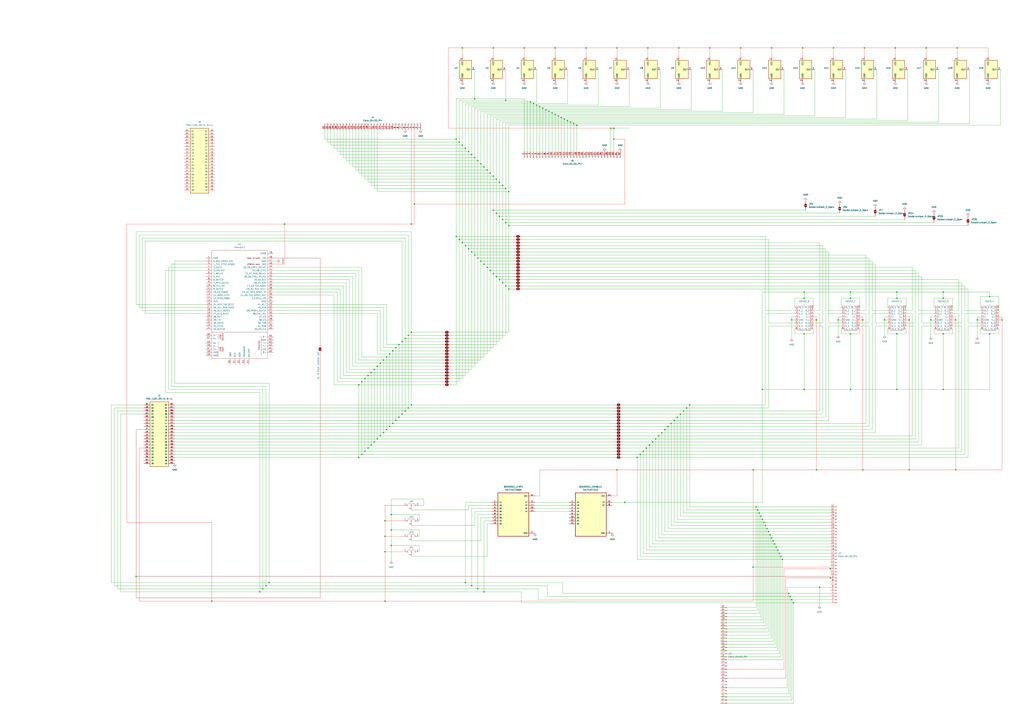
<source format=kicad_sch>
(kicad_sch (version 20231120) (generator "eeschema") (generator_version "8.0")
  (paper "A1")
  (junction (at 551.18 347.98))
  (junction (at 501.65 105.41))
  (junction (at 506.73 39.37))
  (junction (at 407.67 147.32))
  (junction (at 304.8 365.76))
  (junction (at 317.5 353.06))
  (junction (at 213.36 486.41))
  (junction (at 556.26 342.9))
  (junction (at 316.23 494.03))
  (junction (at 735.33 39.37))
  (junction (at 299.72 370.84))
  (junction (at 335.28 275.59))
  (junction (at 708.66 262.89))
  (junction (at 812.8 274.32))
  (junction (at 417.83 157.48))
  (junction (at 624.84 424.18))
  (junction (at 337.82 273.05))
  (junction (at 314.96 295.91))
  (junction (at 660.4 240.03))
  (junction (at 415.29 234.95))
  (junction (at 670.56 386.08))
  (junction (at 302.26 368.3))
  (junction (at 322.58 347.98))
  (junction (at 660.4 320.04))
  (junction (at 382.27 478.79))
  (junction (at 415.29 82.55))
  (junction (at 430.53 39.37))
  (junction (at 382.27 201.93))
  (junction (at 330.2 280.67))
  (junction (at 481.33 39.37))
  (junction (at 410.21 177.8))
  (junction (at 445.77 88.9))
  (junction (at 320.04 290.83))
  (junction (at 392.43 212.09))
  (junction (at 332.74 337.82))
  (junction (at 377.19 196.85))
  (junction (at 533.4 365.76))
  (junction (at 623.57 421.64))
  (junction (at 784.86 262.89))
  (junction (at 647.7 487.68))
  (junction (at 405.13 172.72))
  (junction (at 822.96 262.89))
  (junction (at 111.76 473.71))
  (junction (at 651.51 495.3))
  (junction (at 466.09 99.06))
  (junction (at 561.34 337.82))
  (junction (at 377.19 116.84))
  (junction (at 384.81 124.46))
  (junction (at 321.31 448.31))
  (junction (at 417.83 185.42))
  (junction (at 784.86 386.08))
  (junction (at 648.97 490.22))
  (junction (at 412.75 152.4))
  (junction (at 684.53 39.37))
  (junction (at 746.76 262.89))
  (junction (at 523.24 375.92))
  (junction (at 563.88 335.28))
  (junction (at 736.6 320.04))
  (junction (at 513.08 412.75))
  (junction (at 325.12 285.75))
  (junction (at 608.33 39.37))
  (junction (at 650.24 262.89))
  (junction (at 379.73 39.37))
  (junction (at 314.96 355.6))
  (junction (at 325.12 345.44))
  (junction (at 473.71 102.87))
  (junction (at 641.35 457.2))
  (junction (at 558.8 340.36))
  (junction (at 435.61 83.82))
  (junction (at 340.36 167.64))
  (junction (at 659.13 39.37))
  (junction (at 307.34 363.22))
  (junction (at 786.13 39.37))
  (junction (at 650.24 492.76))
  (junction (at 322.58 288.29))
  (junction (at 438.15 85.09))
  (junction (at 543.56 355.6))
  (junction (at 708.66 386.08))
  (junction (at 633.73 441.96))
  (junction (at 541.02 358.14))
  (junction (at 316.23 427.99))
  (junction (at 774.7 320.04))
  (junction (at 316.23 440.69))
  (junction (at 506.73 386.08))
  (junction (at 709.93 39.37))
  (junction (at 566.42 332.74))
  (junction (at 316.23 453.39))
  (junction (at 736.6 245.11))
  (junction (at 374.65 194.31))
  (junction (at 382.27 121.92))
  (junction (at 327.66 283.21))
  (junction (at 400.05 139.7))
  (junction (at 468.63 100.33))
  (junction (at 397.51 217.17))
  (junction (at 698.5 274.32))
  (junction (at 220.98 478.79))
  (junction (at 309.88 300.99))
  (junction (at 402.59 142.24))
  (junction (at 337.82 184.15))
  (junction (at 660.4 274.32))
  (junction (at 402.59 222.25))
  (junction (at 321.31 435.61))
  (junction (at 387.35 481.33))
  (junction (at 405.13 39.37))
  (junction (at 397.51 486.41))
  (junction (at 557.53 39.37))
  (junction (at 405.13 144.78))
  (junction (at 802.64 262.89))
  (junction (at 215.9 483.87))
  (junction (at 760.73 39.37))
  (junction (at 410.21 149.86))
  (junction (at 387.35 127))
  (junction (at 698.5 245.11))
  (junction (at 546.1 353.06))
  (junction (at 218.44 481.33))
  (junction (at 535.94 363.22))
  (junction (at 461.01 96.52))
  (junction (at 443.23 87.63))
  (junction (at 294.64 375.92))
  (junction (at 532.13 39.37))
  (junction (at 774.7 245.11))
  (junction (at 297.18 313.69))
  (junction (at 415.29 182.88))
  (junction (at 304.8 306.07))
  (junction (at 299.72 311.15))
  (junction (at 405.13 224.79))
  (junction (at 681.99 474.98))
  (junction (at 660.4 245.11))
  (junction (at 698.5 320.04))
  (junction (at 463.55 97.79))
  (junction (at 400.05 219.71))
  (junction (at 407.67 175.26))
  (junction (at 673.1 482.6))
  (junction (at 548.64 350.52))
  (junction (at 618.49 466.09))
  (junction (at 681.99 467.36))
  (junction (at 392.43 483.87))
  (junction (at 629.92 434.34))
  (junction (at 450.85 91.44))
  (junction (at 726.44 262.89))
  (junction (at 637.54 449.58))
  (junction (at 389.89 129.54))
  (junction (at 374.65 114.3))
  (junction (at 622.3 419.1))
  (junction (at 746.76 386.08))
  (junction (at 628.65 431.8))
  (junction (at 458.47 95.25))
  (junction (at 764.54 262.89))
  (junction (at 317.5 293.37))
  (junction (at 698.5 240.03))
  (junction (at 632.46 439.42))
  (junction (at 233.68 184.15))
  (junction (at 471.17 101.6))
  (junction (at 631.19 436.88))
  (junction (at 642.62 459.74))
  (junction (at 302.26 308.61))
  (junction (at 379.73 119.38))
  (junction (at 538.48 360.68))
  (junction (at 415.29 154.94))
  (junction (at 297.18 373.38))
  (junction (at 504.19 105.41))
  (junction (at 307.34 303.53))
  (junction (at 389.89 81.28))
  (junction (at 621.03 416.56))
  (junction (at 330.2 340.36))
  (junction (at 379.73 199.39))
  (junction (at 412.75 232.41))
  (junction (at 618.49 386.08))
  (junction (at 670.56 262.89))
  (junction (at 774.7 274.32))
  (junction (at 448.31 90.17))
  (junction (at 633.73 39.37))
  (junction (at 320.04 350.52))
  (junction (at 387.35 207.01))
  (junction (at 417.83 237.49))
  (junction (at 626.11 426.72))
  (junction (at 636.27 447.04))
  (junction (at 327.66 342.9))
  (junction (at 736.6 240.03))
  (junction (at 504.19 114.3))
  (junction (at 627.38 429.26))
  (junction (at 407.67 227.33))
  (junction (at 309.88 360.68))
  (junction (at 389.89 209.55))
  (junction (at 312.42 298.45))
  (junction (at 412.75 180.34))
  (junction (at 440.69 86.36))
  (junction (at 397.51 137.16))
  (junction (at 173.99 494.03))
  (junction (at 335.28 335.28))
  (junction (at 626.11 320.04))
  (junction (at 453.39 92.71))
  (junction (at 528.32 370.84))
  (junction (at 410.21 229.87))
  (junction (at 640.08 454.66))
  (junction (at 525.78 373.38))
  (junction (at 312.42 358.14))
  (junction (at 321.31 422.91))
  (junction (at 736.6 274.32))
  (junction (at 394.97 134.62))
  (junction (at 294.64 316.23))
  (junction (at 774.7 240.03))
  (junction (at 394.97 214.63))
  (junction (at 812.8 243.84))
  (junction (at 337.82 332.74))
  (junction (at 553.72 345.44))
  (junction (at 455.93 39.37))
  (junction (at 688.34 262.89))
  (junction (at 638.81 452.12))
  (junction (at 635 444.5))
  (junction (at 582.93 39.37))
  (junction (at 384.81 204.47))
  (junction (at 332.74 278.13))
  (junction (at 392.43 132.08))
  (junction (at 530.86 368.3))
  (junction (at 455.93 93.98))
  (wire (pts (xy 648.97 572.77) (xy 591.82 572.77)))
  (wire (pts (xy 764.54 260.35) (xy 764.54 262.89)))
  (wire (pts (xy 392.43 483.87) (xy 441.96 483.87)))
  (wire (pts (xy 792.48 255.27) (xy 792.48 234.95)))
  (wire (pts (xy 337.82 332.74) (xy 504.19 332.74)))
  (wire (pts (xy 327.66 342.9) (xy 504.19 342.9)))
  (wire (pts (xy 746.76 260.35) (xy 744.22 260.35)) (stroke (width 0) (color 255 0 0 1)))
  (wire (pts (xy 224.79 234.95) (xy 281.94 234.95)))
  (wire (pts (xy 802.64 260.35) (xy 802.64 262.89)))
  (wire (pts (xy 309.88 257.81) (xy 309.88 290.83)))
  (wire (pts (xy 681.99 482.6) (xy 673.1 482.6)))
  (wire (pts (xy 289.56 300.99) (xy 309.88 300.99)))
  (wire (pts (xy 618.49 466.09) (xy 618.49 494.03)) (stroke (width 0) (color 255 0 0 1)))
  (wire (pts (xy 439.42 412.75) (xy 467.36 412.75)))
  (wire (pts (xy 822.96 386.08) (xy 822.96 262.89)) (stroke (width 0) (color 255 0 0 1)))
  (wire (pts (xy 304.8 306.07) (xy 363.22 306.07)))
  (wire (pts (xy 668.02 255.27) (xy 673.1 255.27)))
  (wire (pts (xy 309.88 290.83) (xy 320.04 290.83)))
  (wire (pts (xy 370.84 278.13) (xy 412.75 278.13)))
  (wire (pts (xy 340.36 167.64) (xy 340.36 184.15)) (stroke (width 0) (color 255 0 0 1)))
  (wire (pts (xy 119.38 257.81) (xy 168.91 257.81)))
  (wire (pts (xy 173.99 494.03) (xy 173.99 429.26)) (stroke (width 0) (color 255 0 0 1)))
  (wire (pts (xy 681.99 473.71) (xy 681.99 474.98)) (stroke (width 0) (color 132 0 0 1)))
  (wire (pts (xy 307.34 363.22) (xy 504.19 363.22)))
  (wire (pts (xy 751.84 267.97) (xy 751.84 360.68)))
  (wire (pts (xy 736.6 274.32) (xy 744.22 274.32)))
  (wire (pts (xy 370.84 311.15) (xy 379.73 311.15)))
  (wire (pts (xy 673.1 255.27) (xy 673.1 199.39)))
  (wire (pts (xy 670.56 260.35) (xy 670.56 262.89)) (stroke (width 0) (color 255 0 0 1)))
  (wire (pts (xy 224.79 240.03) (xy 276.86 240.03)))
  (wire (pts (xy 143.51 350.52) (xy 320.04 350.52)))
  (wire (pts (xy 650.24 575.31) (xy 650.24 492.76)))
  (wire (pts (xy 429.26 196.85) (xy 631.19 196.85)))
  (wire (pts (xy 332.74 278.13) (xy 332.74 195.58)))
  (wire (pts (xy 764.54 262.89) (xy 767.08 262.89)))
  (wire (pts (xy 276.86 313.69) (xy 297.18 313.69)))
  (wire (pts (xy 551.18 347.98) (xy 551.18 431.8)))
  (wire (pts (xy 387.35 87.63) (xy 387.35 127)))
  (wire (pts (xy 407.67 147.32) (xy 407.67 175.26)))
  (wire (pts (xy 279.4 311.15) (xy 299.72 311.15)))
  (wire (pts (xy 629.92 516.89) (xy 629.92 434.34)))
  (wire (pts (xy 143.51 342.9) (xy 327.66 342.9)))
  (wire (pts (xy 535.94 363.22) (xy 535.94 447.04)))
  (wire (pts (xy 805.18 265.43) (xy 795.02 265.43)))
  (wire (pts (xy 400.05 93.98) (xy 400.05 139.7)))
  (wire (pts (xy 735.33 39.37) (xy 760.73 39.37)) (stroke (width 0) (color 255 0 0 1)))
  (wire (pts (xy 218.44 317.5) (xy 218.44 481.33)))
  (wire (pts (xy 548.64 350.52) (xy 713.74 350.52)))
  (wire (pts (xy 430.53 39.37) (xy 455.93 39.37)) (stroke (width 0) (color 255 0 0 1)))
  (wire (pts (xy 504.19 114.3) (xy 504.19 124.46)) (stroke (width 0) (color 255 0 0 1)))
  (wire (pts (xy 471.17 101.6) (xy 471.17 124.46)))
  (wire (pts (xy 429.26 194.31) (xy 628.65 194.31)))
  (wire (pts (xy 281.94 308.61) (xy 302.26 308.61)))
  (wire (pts (xy 746.76 386.08) (xy 746.76 262.89)) (stroke (width 0) (color 255 0 0 1)))
  (wire (pts (xy 438.15 85.09) (xy 382.27 85.09)))
  (wire (pts (xy 111.76 250.19) (xy 168.91 250.19)))
  (wire (pts (xy 397.51 486.41) (xy 397.51 427.99)))
  (wire (pts (xy 405.13 96.52) (xy 405.13 144.78)))
  (wire (pts (xy 317.5 283.21) (xy 327.66 283.21)))
  (wire (pts (xy 421.64 229.87) (xy 410.21 229.87)))
  (wire (pts (xy 370.84 300.99) (xy 389.89 300.99)))
  (wire (pts (xy 556.26 342.9) (xy 556.26 426.72)))
  (wire (pts (xy 767.08 245.11) (xy 774.7 245.11)))
  (wire (pts (xy 335.28 193.04) (xy 114.3 193.04)))
  (wire (pts (xy 421.64 217.17) (xy 397.51 217.17)))
  (wire (pts (xy 441.96 483.87) (xy 441.96 492.76)))
  (wire (pts (xy 400.05 457.2) (xy 400.05 430.53)))
  (wire (pts (xy 337.82 273.05) (xy 337.82 190.5)))
  (wire (pts (xy 392.43 212.09) (xy 392.43 298.45)))
  (wire (pts (xy 632.46 521.97) (xy 632.46 439.42)))
  (wire (pts (xy 337.82 273.05) (xy 363.22 273.05)))
  (wire (pts (xy 344.17 422.91) (xy 321.31 422.91)))
  (wire (pts (xy 312.42 298.45) (xy 312.42 358.14)))
  (wire (pts (xy 745.49 99.06) (xy 466.09 99.06)))
  (wire (pts (xy 316.23 440.69) (xy 331.47 440.69)) (stroke (width 0) (color 255 0 0 1)))
  (wire (pts (xy 317.5 353.06) (xy 504.19 353.06)))
  (wire (pts (xy 624.84 506.73) (xy 591.82 506.73)))
  (wire (pts (xy 770.89 57.15) (xy 770.89 100.33)))
  (wire (pts (xy 96.52 337.82) (xy 118.11 337.82)))
  (wire (pts (xy 99.06 486.41) (xy 99.06 340.36)))
  (wire (pts (xy 548.64 350.52) (xy 548.64 434.34)))
  (wire (pts (xy 379.73 199.39) (xy 379.73 311.15)))
  (wire (pts (xy 370.84 316.23) (xy 374.65 316.23)))
  (wire (pts (xy 287.02 106.68) (xy 287.02 134.62)))
  (wire (pts (xy 412.75 180.34) (xy 742.95 180.34)))
  (wire (pts (xy 215.9 483.87) (xy 392.43 483.87)))
  (wire (pts (xy 690.88 274.32) (xy 698.5 274.32)))
  (wire (pts (xy 820.42 262.89) (xy 822.96 262.89)) (stroke (width 0) (color 255 0 0 1)))
  (wire (pts (xy 405.13 144.78) (xy 405.13 172.72)))
  (wire (pts (xy 412.75 100.33) (xy 412.75 152.4)))
  (wire (pts (xy 421.64 214.63) (xy 394.97 214.63)))
  (wire (pts (xy 279.4 127) (xy 387.35 127)))
  (wire (pts (xy 711.2 255.27) (xy 711.2 209.55)))
  (wire (pts (xy 377.19 82.55) (xy 415.29 82.55)))
  (wire (pts (xy 370.84 293.37) (xy 397.51 293.37)))
  (wire (pts (xy 690.88 252.73) (xy 690.88 245.11)))
  (wire (pts (xy 410.21 149.86) (xy 410.21 177.8)))
  (wire (pts (xy 638.81 452.12) (xy 681.99 452.12)))
  (wire (pts (xy 274.32 242.57) (xy 274.32 316.23)))
  (wire (pts (xy 784.86 386.08) (xy 784.86 262.89)) (stroke (width 0) (color 255 0 0 1)))
  (wire (pts (xy 645.16 557.53) (xy 645.16 474.98)) (stroke (width 0) (color 132 0 0 1)))
  (wire (pts (xy 309.88 300.99) (xy 363.22 300.99)))
  (wire (pts (xy 429.26 232.41) (xy 789.94 232.41)))
  (wire (pts (xy 745.49 57.15) (xy 745.49 99.06)))
  (wire (pts (xy 708.66 260.35) (xy 708.66 262.89)) (stroke (width 0) (color 255 0 0 1)))
  (wire (pts (xy 410.21 177.8) (xy 718.82 177.8)))
  (wire (pts (xy 302.26 368.3) (xy 504.19 368.3)))
  (wire (pts (xy 622.3 501.65) (xy 591.82 501.65)))
  (wire (pts (xy 553.72 345.44) (xy 680.72 345.44)))
  (wire (pts (xy 530.86 368.3) (xy 511.81 368.3)))
  (wire (pts (xy 513.08 414.02) (xy 513.08 412.75)))
  (wire (pts (xy 792.48 257.81) (xy 792.48 373.38)))
  (wire (pts (xy 491.49 86.36) (xy 440.69 86.36)))
  (wire (pts (xy 668.02 267.97) (xy 675.64 267.97)))
  (wire (pts (xy 640.08 454.66) (xy 681.99 454.66)))
  (wire (pts (xy 370.84 298.45) (xy 392.43 298.45)))
  (wire (pts (xy 304.8 365.76) (xy 504.19 365.76)))
  (wire (pts (xy 558.8 424.18) (xy 624.84 424.18)))
  (wire (pts (xy 443.23 407.67) (xy 439.42 407.67)) (stroke (width 0) (color 255 0 0 1)))
  (wire (pts (xy 631.19 519.43) (xy 591.82 519.43)))
  (wire (pts (xy 294.64 295.91) (xy 314.96 295.91)))
  (wire (pts (xy 646.43 565.15) (xy 646.43 482.6)))
  (wire (pts (xy 631.19 267.97) (xy 631.19 335.28)))
  (wire (pts (xy 582.93 39.37) (xy 608.33 39.37)) (stroke (width 0) (color 255 0 0 1)))
  (wire (pts (xy 511.81 332.74) (xy 566.42 332.74)))
  (wire (pts (xy 706.12 274.32) (xy 706.12 270.51)))
  (wire (pts (xy 430.53 81.28) (xy 430.53 124.46)))
  (wire (pts (xy 557.53 39.37) (xy 557.53 46.99)) (stroke (width 0) (color 255 0 0 1)))
  (wire (pts (xy 774.7 274.32) (xy 774.7 320.04)))
  (wire (pts (xy 421.64 199.39) (xy 379.73 199.39)))
  (wire (pts (xy 624.84 424.18) (xy 681.99 424.18)))
  (wire (pts (xy 684.53 39.37) (xy 709.93 39.37)) (stroke (width 0) (color 255 0 0 1)))
  (wire (pts (xy 429.26 199.39) (xy 673.1 199.39)))
  (wire (pts (xy 374.65 114.3) (xy 374.65 194.31)))
  (wire (pts (xy 556.26 426.72) (xy 626.11 426.72)))
  (wire (pts (xy 635 527.05) (xy 635 444.5)))
  (wire (pts (xy 284.48 232.41) (xy 284.48 306.07)))
  (wire (pts (xy 397.51 217.17) (xy 397.51 293.37)))
  (wire (pts (xy 384.81 415.29) (xy 403.86 415.29)))
  (wire (pts (xy 513.08 412.75) (xy 502.92 412.75)))
  (wire (pts (xy 805.18 260.35) (xy 802.64 260.35)))
  (wire (pts (xy 511.81 347.98) (xy 551.18 347.98)))
  (wire (pts (xy 466.09 99.06) (xy 466.09 124.46)))
  (wire (pts (xy 405.13 39.37) (xy 405.13 46.99)) (stroke (width 0) (color 255 0 0 1)))
  (wire (pts (xy 138.43 219.71) (xy 168.91 219.71)))
  (wire (pts (xy 530.86 368.3) (xy 787.4 368.3)))
  (wire (pts (xy 387.35 417.83) (xy 403.86 417.83)))
  (wire (pts (xy 143.51 365.76) (xy 304.8 365.76)))
  (wire (pts (xy 370.84 313.69) (xy 377.19 313.69)))
  (wire (pts (xy 782.32 265.43) (xy 789.94 265.43)))
  (wire (pts (xy 553.72 429.26) (xy 627.38 429.26)))
  (wire (pts (xy 384.81 204.47) (xy 384.81 306.07)))
  (wire (pts (xy 626.11 509.27) (xy 591.82 509.27)))
  (wire (pts (xy 435.61 83.82) (xy 379.73 83.82)))
  (wire (pts (xy 297.18 144.78) (xy 405.13 144.78)))
  (wire (pts (xy 651.51 495.3) (xy 681.99 495.3)))
  (wire (pts (xy 294.64 142.24) (xy 402.59 142.24)))
  (wire (pts (xy 220.98 314.96) (xy 220.98 478.79)))
  (wire (pts (xy 233.68 217.17) (xy 224.79 217.17)) (stroke (width 0) (color 255 0 0 1)))
  (wire (pts (xy 389.89 57.15) (xy 389.89 81.28)))
  (wire (pts (xy 421.64 204.47) (xy 384.81 204.47)))
  (wire (pts (xy 618.49 386.08) (xy 670.56 386.08)) (stroke (width 0) (color 255 0 0 1)))
  (wire (pts (xy 143.51 358.14) (xy 312.42 358.14)))
  (wire (pts (xy 735.33 39.37) (xy 735.33 46.99)) (stroke (width 0) (color 255 0 0 1)))
  (wire (pts (xy 802.64 262.89) (xy 805.18 262.89)))
  (wire (pts (xy 377.19 196.85) (xy 377.19 313.69)))
  (wire (pts (xy 370.84 295.91) (xy 394.97 295.91)))
  (wire (pts (xy 116.84 195.58) (xy 116.84 255.27)))
  (wire (pts (xy 795.02 237.49) (xy 795.02 265.43)))
  (wire (pts (xy 213.36 322.58) (xy 213.36 486.41)))
  (wire (pts (xy 648.97 490.22) (xy 681.99 490.22)))
  (wire (pts (xy 91.44 478.79) (xy 91.44 332.74)))
  (wire (pts (xy 627.38 511.81) (xy 627.38 429.26)))
  (wire (pts (xy 382.27 412.75) (xy 403.86 412.75)))
  (wire (pts (xy 642.62 542.29) (xy 642.62 459.74)))
  (wire (pts (xy 316.23 427.99) (xy 316.23 440.69)) (stroke (width 0) (color 255 0 0 1)))
  (wire (pts (xy 143.51 214.63) (xy 143.51 314.96)))
  (wire (pts (xy 321.31 410.21) (xy 321.31 422.91)))
  (wire (pts (xy 756.92 267.97) (xy 756.92 365.76)))
  (wire (pts (xy 322.58 288.29) (xy 322.58 347.98)))
  (wire (pts (xy 337.82 431.8) (xy 389.89 431.8)))
  (wire (pts (xy 304.8 106.68) (xy 304.8 152.4)))
  (wire (pts (xy 770.89 100.33) (xy 468.63 100.33)))
  (wire (pts (xy 502.92 407.67) (xy 506.73 407.67)) (stroke (width 0) (color 255 0 0 1)))
  (wire (pts (xy 314.96 295.91) (xy 314.96 355.6)))
  (wire (pts (xy 276.86 240.03) (xy 276.86 313.69)))
  (wire (pts (xy 405.13 224.79) (xy 405.13 285.75)))
  (wire (pts (xy 511.81 358.14) (xy 541.02 358.14)))
  (wire (pts (xy 642.62 459.74) (xy 681.99 459.74)))
  (wire (pts (xy 337.82 190.5) (xy 111.76 190.5)))
  (wire (pts (xy 116.84 255.27) (xy 168.91 255.27)))
  (wire (pts (xy 314.96 285.75) (xy 325.12 285.75)))
  (wire (pts (xy 297.18 313.69) (xy 297.18 373.38)))
  (wire (pts (xy 669.29 95.25) (xy 458.47 95.25)))
  (wire (pts (xy 706.12 262.89) (xy 708.66 262.89)) (stroke (width 0) (color 255 0 0 1)))
  (wire (pts (xy 805.18 267.97) (xy 795.02 267.97)))
  (wire (pts (xy 593.09 91.44) (xy 450.85 91.44)))
  (wire (pts (xy 767.08 270.51) (xy 767.08 274.32)))
  (wire (pts (xy 320.04 290.83) (xy 363.22 290.83)))
  (wire (pts (xy 292.1 224.79) (xy 292.1 298.45)))
  (wire (pts (xy 114.3 252.73) (xy 168.91 252.73)))
  (wire (pts (xy 421.64 194.31) (xy 374.65 194.31)))
  (wire (pts (xy 690.88 260.35) (xy 688.34 260.35)))
  (wire (pts (xy 633.73 39.37) (xy 659.13 39.37)) (stroke (width 0) (color 255 0 0 1)))
  (wire (pts (xy 114.3 193.04) (xy 114.3 252.73)))
  (wire (pts (xy 382.27 412.75) (xy 382.27 478.79)))
  (wire (pts (xy 111.76 353.06) (xy 118.11 353.06)) (stroke (width 0) (color 132 0 0 1)))
  (wire (pts (xy 312.42 288.29) (xy 322.58 288.29)))
  (wire (pts (xy 543.56 355.6) (xy 543.56 439.42)))
  (wire (pts (xy 802.64 262.89) (xy 802.64 276.86)))
  (wire (pts (xy 786.13 39.37) (xy 786.13 46.99)) (stroke (width 0) (color 255 0 0 1)))
  (wire (pts (xy 224.79 232.41) (xy 284.48 232.41)))
  (wire (pts (xy 304.8 152.4) (xy 412.75 152.4)))
  (wire (pts (xy 659.13 39.37) (xy 684.53 39.37)) (stroke (width 0) (color 255 0 0 1)))
  (wire (pts (xy 528.32 370.84) (xy 528.32 454.66)))
  (wire (pts (xy 690.88 257.81) (xy 678.18 257.81)))
  (wire (pts (xy 822.96 260.35) (xy 822.96 262.89)) (stroke (width 0) (color 255 0 0 1)))
  (wire (pts (xy 224.79 257.81) (xy 309.88 257.81)))
  (wire (pts (xy 673.1 257.81) (xy 673.1 337.82)))
  (wire (pts (xy 93.98 481.33) (xy 218.44 481.33)))
  (wire (pts (xy 623.57 421.64) (xy 681.99 421.64)))
  (wire (pts (xy 812.8 274.32) (xy 820.42 274.32)))
  (wire (pts (xy 389.89 81.28) (xy 430.53 81.28)))
  (wire (pts (xy 344.17 448.31) (xy 321.31 448.31)))
  (wire (pts (xy 143.51 214.63) (xy 168.91 214.63)))
  (wire (pts (xy 796.29 101.6) (xy 471.17 101.6)))
  (wire (pts (xy 429.26 212.09) (xy 713.74 212.09)))
  (wire (pts (xy 491.49 57.15) (xy 491.49 86.36)))
  (wire (pts (xy 439.42 415.29) (xy 467.36 415.29)))
  (wire (pts (xy 438.15 85.09) (xy 438.15 124.46)))
  (wire (pts (xy 628.65 514.35) (xy 591.82 514.35)))
  (wire (pts (xy 713.74 265.43) (xy 713.74 212.09)))
  (wire (pts (xy 506.73 39.37) (xy 532.13 39.37)) (stroke (width 0) (color 255 0 0 1)))
  (wire (pts (xy 504.19 105.41) (xy 516.89 105.41)))
  (wire (pts (xy 648.97 572.77) (xy 648.97 490.22)))
  (wire (pts (xy 647.7 570.23) (xy 591.82 570.23)))
  (wire (pts (xy 720.09 97.79) (xy 463.55 97.79)))
  (wire (pts (xy 637.54 532.13) (xy 637.54 449.58)))
  (wire (pts (xy 266.7 106.68) (xy 266.7 114.3)))
  (wire (pts (xy 561.34 421.64) (xy 623.57 421.64)))
  (wire (pts (xy 746.76 260.35) (xy 746.76 262.89)) (stroke (width 0) (color 255 0 0 1)))
  (wire (pts (xy 784.86 260.35) (xy 782.32 260.35)) (stroke (width 0) (color 255 0 0 1)))
  (wire (pts (xy 624.84 506.73) (xy 624.84 424.18)))
  (wire (pts (xy 726.44 260.35) (xy 726.44 262.89)))
  (wire (pts (xy 445.77 88.9) (xy 445.77 124.46)))
  (wire (pts (xy 370.84 303.53) (xy 387.35 303.53)))
  (wire (pts (xy 645.16 474.98) (xy 681.99 474.98)) (stroke (width 0) (color 132 0 0 1)))
  (wire (pts (xy 720.09 57.15) (xy 720.09 97.79)))
  (wire (pts (xy 299.72 147.32) (xy 407.67 147.32)))
  (wire (pts (xy 302.26 308.61) (xy 302.26 368.3)))
  (wire (pts (xy 501.65 105.41) (xy 501.65 124.46)))
  (wire (pts (xy 660.4 274.32) (xy 660.4 320.04)))
  (wire (pts (xy 650.24 492.76) (xy 681.99 492.76)))
  (wire (pts (xy 224.79 229.87) (xy 287.02 229.87)))
  (wire (pts (xy 407.67 175.26) (xy 689.61 175.26)))
  (wire (pts (xy 805.18 274.32) (xy 812.8 274.32)))
  (wire (pts (xy 218.44 481.33) (xy 387.35 481.33)))
  (wire (pts (xy 728.98 252.73) (xy 728.98 245.11)))
  (wire (pts (xy 439.42 420.37) (xy 467.36 420.37)))
  (wire (pts (xy 389.89 431.8) (xy 389.89 420.37)))
  (wire (pts (xy 675.64 265.43) (xy 675.64 201.93)))
  (wire (pts (xy 561.34 337.82) (xy 561.34 421.64)))
  (wire (pts (xy 774.7 240.03) (xy 812.8 240.03)))
  (wire (pts (xy 774.7 320.04) (xy 812.8 320.04)))
  (wire (pts (xy 551.18 431.8) (xy 628.65 431.8)))
  (wire (pts (xy 427.99 486.41) (xy 427.99 495.3)))
  (wire (pts (xy 394.97 444.5) (xy 394.97 425.45)))
  (wire (pts (xy 618.49 466.09) (xy 681.99 466.09)) (stroke (width 0) (color 255 0 0 1)))
  (wire (pts (xy 337.82 184.15) (xy 340.36 184.15)))
  (wire (pts (xy 440.69 86.36) (xy 384.81 86.36)))
  (wire (pts (xy 448.31 90.17) (xy 448.31 124.46)))
  (wire (pts (xy 322.58 288.29) (xy 363.22 288.29)))
  (wire (pts (xy 292.1 106.68) (xy 292.1 139.7)))
  (wire (pts (xy 754.38 255.27) (xy 754.38 224.79)))
  (wire (pts (xy 652.78 270.51) (xy 652.78 274.32)))
  (wire (pts (xy 370.84 288.29) (xy 402.59 288.29)))
  (wire (pts (xy 99.06 340.36) (xy 118.11 340.36)))
  (wire (pts (xy 224.79 222.25) (xy 294.64 222.25)))
  (wire (pts (xy 412.75 152.4) (xy 412.75 180.34)))
  (wire (pts (xy 440.69 86.36) (xy 440.69 124.46)))
  (wire (pts (xy 439.42 417.83) (xy 467.36 417.83)))
  (wire (pts (xy 316.23 415.29) (xy 316.23 427.99)) (stroke (width 0) (color 255 0 0 1)))
  (wire (pts (xy 511.81 353.06) (xy 546.1 353.06)))
  (wire (pts (xy 698.5 274.32) (xy 706.12 274.32)))
  (wire (pts (xy 143.51 347.98) (xy 322.58 347.98)))
  (wire (pts (xy 397.51 486.41) (xy 427.99 486.41)))
  (wire (pts (xy 708.66 386.08) (xy 708.66 262.89)) (stroke (width 0) (color 255 0 0 1)))
  (wire (pts (xy 173.99 429.26) (xy 104.14 429.26)) (stroke (width 0) (color 255 0 0 1)))
  (wire (pts (xy 631.19 519.43) (xy 631.19 436.88)))
  (wire (pts (xy 660.4 245.11) (xy 668.02 245.11)))
  (wire (pts (xy 660.4 240.03) (xy 660.4 245.11)))
  (wire (pts (xy 330.2 280.67) (xy 330.2 340.36)))
  (wire (pts (xy 299.72 370.84) (xy 504.19 370.84)))
  (wire (pts (xy 435.61 83.82) (xy 435.61 124.46)))
  (wire (pts (xy 643.89 549.91) (xy 643.89 467.36)) (stroke (width 0) (color 255 0 0 1)))
  (wire (pts (xy 533.4 365.76) (xy 756.92 365.76)))
  (wire (pts (xy 557.53 39.37) (xy 582.93 39.37)) (stroke (width 0) (color 255 0 0 1)))
  (wire (pts (xy 532.13 39.37) (xy 557.53 39.37)) (stroke (width 0) (color 255 0 0 1)))
  (wire (pts (xy 443.23 87.63) (xy 387.35 87.63)))
  (wire (pts (xy 402.59 222.25) (xy 402.59 288.29)))
  (wire (pts (xy 143.51 337.82) (xy 332.74 337.82)))
  (wire (pts (xy 652.78 274.32) (xy 660.4 274.32)))
  (wire (pts (xy 511.81 350.52) (xy 548.64 350.52)))
  (wire (pts (xy 821.69 102.87) (xy 473.71 102.87)))
  (wire (pts (xy 415.29 182.88) (xy 767.08 182.88)))
  (wire (pts (xy 673.1 482.6) (xy 673.1 497.84)))
  (wire (pts (xy 387.35 127) (xy 387.35 207.01)))
  (wire (pts (xy 698.5 274.32) (xy 698.5 320.04)))
  (wire (pts (xy 636.27 529.59) (xy 591.82 529.59)))
  (wire (pts (xy 708.66 260.35) (xy 706.12 260.35)) (stroke (width 0) (color 255 0 0 1)))
  (wire (pts (xy 392.43 90.17) (xy 392.43 132.08)))
  (wire (pts (xy 805.18 257.81) (xy 792.48 257.81)))
  (wire (pts (xy 535.94 447.04) (xy 636.27 447.04)))
  (wire (pts (xy 337.82 184.15) (xy 233.68 184.15)) (stroke (width 0) (color 255 0 0 1)))
  (wire (pts (xy 660.4 320.04) (xy 698.5 320.04)))
  (wire (pts (xy 281.94 129.54) (xy 389.89 129.54)))
  (wire (pts (xy 647.7 487.68) (xy 681.99 487.68)))
  (wire (pts (xy 347.98 410.21) (xy 347.98 415.29)))
  (wire (pts (xy 511.81 345.44) (xy 553.72 345.44)))
  (wire (pts (xy 417.83 237.49) (xy 417.83 185.42)))
  (wire (pts (xy 402.59 95.25) (xy 402.59 142.24)))
  (wire (pts (xy 660.4 274.32) (xy 668.02 274.32)))
  (wire (pts (xy 335.28 275.59) (xy 363.22 275.59)))
  (wire (pts (xy 135.89 222.25) (xy 168.91 222.25)))
  (wire (pts (xy 481.33 39.37) (xy 481.33 46.99)) (stroke (width 0) (color 255 0 0 1)))
  (wire (pts (xy 407.67 227.33) (xy 407.67 283.21)))
  (wire (pts (xy 468.63 100.33) (xy 468.63 124.46)))
  (wire (pts (xy 370.84 275.59) (xy 415.29 275.59)))
  (wire (pts (xy 449.58 481.33) (xy 449.58 490.22)))
  (wire (pts (xy 668.02 260.35) (xy 670.56 260.35)) (stroke (width 0) (color 255 0 0 1)))
  (wire (pts (xy 320.04 350.52) (xy 504.19 350.52)))
  (wire (pts (xy 608.33 39.37) (xy 608.33 46.99)) (stroke (width 0) (color 255 0 0 1)))
  (wire (pts (xy 473.71 102.87) (xy 473.71 124.46)))
  (wire (pts (xy 307.34 303.53) (xy 363.22 303.53)))
  (wire (pts (xy 297.18 106.68) (xy 297.18 144.78)))
  (wire (pts (xy 749.3 257.81) (xy 749.3 358.14)))
  (wire (pts (xy 96.52 483.87) (xy 215.9 483.87)))
  (wire (pts (xy 641.35 457.2) (xy 681.99 457.2)))
  (wire (pts (xy 379.73 83.82) (xy 379.73 119.38)))
  (wire (pts (xy 281.94 234.95) (xy 281.94 308.61)))
  (wire (pts (xy 694.69 96.52) (xy 461.01 96.52)))
  (wire (pts (xy 421.64 222.25) (xy 402.59 222.25)))
  (wire (pts (xy 302.26 308.61) (xy 363.22 308.61)))
  (wire (pts (xy 104.14 184.15) (xy 233.68 184.15)) (stroke (width 0) (color 255 0 0 1)))
  (wire (pts (xy 370.84 283.21) (xy 407.67 283.21)))
  (wire (pts (xy 511.81 360.68) (xy 538.48 360.68)))
  (wire (pts (xy 668.02 257.81) (xy 673.1 257.81)))
  (wire (pts (xy 567.69 90.17) (xy 448.31 90.17)))
  (wire (pts (xy 415.29 234.95) (xy 415.29 182.88)))
  (wire (pts (xy 368.3 105.41) (xy 501.65 105.41)) (stroke (width 0) (color 255 0 0 1)))
  (wire (pts (xy 670.56 386.08) (xy 708.66 386.08)) (stroke (width 0) (color 255 0 0 1)))
  (wire (pts (xy 307.34 154.94) (xy 415.29 154.94)))
  (wire (pts (xy 322.58 347.98) (xy 504.19 347.98)))
  (wire (pts (xy 461.01 96.52) (xy 461.01 124.46)))
  (wire (pts (xy 421.64 219.71) (xy 400.05 219.71)))
  (wire (pts (xy 767.08 260.35) (xy 764.54 260.35)))
  (wire (pts (xy 525.78 457.2) (xy 641.35 457.2)))
  (wire (pts (xy 340.36 106.68) (xy 340.36 167.64)) (stroke (width 0) (color 255 0 0 1)))
  (wire (pts (xy 718.82 265.43) (xy 718.82 217.17)))
  (wire (pts (xy 299.72 106.68) (xy 299.72 147.32)))
  (wire (pts (xy 287.02 134.62) (xy 394.97 134.62)))
  (wire (pts (xy 626.11 240.03) (xy 660.4 240.03)))
  (wire (pts (xy 623.57 504.19) (xy 623.57 421.64)))
  (wire (pts (xy 668.02 262.89) (xy 670.56 262.89)) (stroke (width 0) (color 255 0 0 1)))
  (wire (pts (xy 706.12 245.11) (xy 706.12 252.73)))
  (wire (pts (xy 736.6 240.03) (xy 774.7 240.03)))
  (wire (pts (xy 337.82 273.05) (xy 337.82 332.74)))
  (wire (pts (xy 440.69 83.82) (xy 435.61 83.82)))
  (wire (pts (xy 627.38 511.81) (xy 591.82 511.81)))
  (wire (pts (xy 659.13 39.37) (xy 659.13 46.99)) (stroke (width 0) (color 255 0 0 1)))
  (wire (pts (xy 344.17 448.31) (xy 344.17 453.39)))
  (wire (pts (xy 678.18 257.81) (xy 678.18 342.9)))
  (wire (pts (xy 262.89 290.83) (xy 262.89 491.49)) (stroke (width 0) (color 132 0 0 1)))
  (wire (pts (xy 523.24 375.92) (xy 523.24 459.74)))
  (wire (pts (xy 143.51 375.92) (xy 294.64 375.92)))
  (wire (pts (xy 405.13 172.72) (xy 661.67 172.72)))
  (wire (pts (xy 309.88 300.99) (xy 309.88 360.68)))
  (wire (pts (xy 811.53 39.37) (xy 811.53 46.99)) (stroke (width 0) (color 255 0 0 1)))
  (wire (pts (xy 394.97 214.63) (xy 394.97 295.91)))
  (wire (pts (xy 382.27 121.92) (xy 382.27 201.93)))
  (wire (pts (xy 764.54 262.89) (xy 764.54 276.86)))
  (wire (pts (xy 690.88 245.11) (xy 698.5 245.11)))
  (wire (pts (xy 622.3 419.1) (xy 681.99 419.1)))
  (wire (pts (xy 728.98 245.11) (xy 736.6 245.11)))
  (wire (pts (xy 637.54 449.58) (xy 681.99 449.58)))
  (wire (pts (xy 224.79 237.49) (xy 279.4 237.49)))
  (wire (pts (xy 427.99 495.3) (xy 651.51 495.3)))
  (wire (pts (xy 269.24 106.68) (xy 269.24 116.84)))
  (wire (pts (xy 774.7 274.32) (xy 782.32 274.32)))
  (wire (pts (xy 633.73 441.96) (xy 681.99 441.96)))
  (wire (pts (xy 405.13 172.72) (xy 405.13 224.79)))
  (wire (pts (xy 429.26 234.95) (xy 792.48 234.95)))
  (wire (pts (xy 784.86 386.08) (xy 822.96 386.08)) (stroke (width 0) (color 255 0 0 1)))
  (wire (pts (xy 429.26 204.47) (xy 678.18 204.47)))
  (wire (pts (xy 642.62 542.29) (xy 591.82 542.29)))
  (wire (pts (xy 641.35 539.75) (xy 591.82 539.75)))
  (wire (pts (xy 466.09 57.15) (xy 466.09 85.09)))
  (wire (pts (xy 805.18 270.51) (xy 805.18 274.32)))
  (wire (pts (xy 541.02 441.96) (xy 633.73 441.96)))
  (wire (pts (xy 635 444.5) (xy 681.99 444.5)))
  (wire (pts (xy 643.89 57.15) (xy 643.89 93.98)))
  (wire (pts (xy 651.51 577.85) (xy 591.82 577.85)))
  (wire (pts (xy 421.64 201.93) (xy 382.27 201.93)))
  (wire (pts (xy 789.94 267.97) (xy 789.94 370.84)))
  (wire (pts (xy 433.07 82.55) (xy 433.07 124.46)))
  (wire (pts (xy 650.24 260.35) (xy 650.24 262.89)))
  (wire (pts (xy 618.49 57.15) (xy 618.49 92.71)))
  (wire (pts (xy 680.72 265.43) (xy 680.72 207.01)))
  (wire (pts (xy 316.23 415.29) (xy 331.47 415.29)) (stroke (width 0) (color 255 0 0 1)))
  (wire (pts (xy 706.12 257.81) (xy 711.2 257.81)))
  (wire (pts (xy 274.32 121.92) (xy 382.27 121.92)))
  (wire (pts (xy 317.5 293.37) (xy 317.5 353.06)))
  (wire (pts (xy 767.08 257.81) (xy 754.38 257.81)))
  (wire (pts (xy 415.29 57.15) (xy 415.29 82.55)))
  (wire (pts (xy 337.82 444.5) (xy 394.97 444.5)))
  (wire (pts (xy 525.78 373.38) (xy 511.81 373.38)))
  (wire (pts (xy 389.89 129.54) (xy 389.89 209.55)))
  (wire (pts (xy 751.84 265.43) (xy 751.84 222.25)))
  (wire (pts (xy 513.08 114.3) (xy 504.19 114.3)) (stroke (width 0) (color 255 0 0 1)))
  (wire (pts (xy 651.51 577.85) (xy 651.51 495.3)))
  (wire (pts (xy 312.42 298.45) (xy 363.22 298.45)))
  (wire (pts (xy 744.22 270.51) (xy 744.22 274.32)))
  (wire (pts (xy 368.3 39.37) (xy 368.3 105.41)) (stroke (width 0) (color 255 0 0 1)))
  (wire (pts (xy 330.2 280.67) (xy 363.22 280.67)))
  (wire (pts (xy 805.18 252.73) (xy 805.18 243.84)))
  (wire (pts (xy 631.19 265.43) (xy 631.19 196.85)))
  (wire (pts (xy 633.73 39.37) (xy 633.73 46.99)) (stroke (width 0) (color 255 0 0 1)))
  (wire (pts (xy 374.65 194.31) (xy 374.65 316.23)))
  (wire (pts (xy 269.24 116.84) (xy 377.19 116.84)))
  (wire (pts (xy 379.73 119.38) (xy 379.73 199.39)))
  (wire (pts (xy 561.34 337.82) (xy 673.1 337.82)))
  (wire (pts (xy 670.56 262.89) (xy 670.56 386.08)) (stroke (width 0) (color 255 0 0 1)))
  (wire (pts (xy 660.4 240.03) (xy 698.5 240.03)))
  (wire (pts (xy 347.98 415.29) (xy 344.17 415.29)))
  (wire (pts (xy 690.88 267.97) (xy 680.72 267.97)))
  (wire (pts (xy 397.51 427.99) (xy 403.86 427.99)))
  (wire (pts (xy 532.13 39.37) (xy 532.13 46.99)) (stroke (width 0) (color 255 0 0 1)))
  (wire (pts (xy 563.88 335.28) (xy 631.19 335.28)))
  (wire (pts (xy 440.69 57.15) (xy 440.69 83.82)))
  (wire (pts (xy 138.43 320.04) (xy 215.9 320.04)))
  (wire (pts (xy 767.08 265.43) (xy 756.92 265.43)))
  (wire (pts (xy 821.69 57.15) (xy 821.69 102.87)))
  (wire (pts (xy 636.27 529.59) (xy 636.27 447.04)))
  (wire (pts (xy 143.51 353.06) (xy 317.5 353.06)))
  (wire (pts (xy 744.22 267.97) (xy 751.84 267.97)))
  (wire (pts (xy 421.64 207.01) (xy 387.35 207.01)))
  (wire (pts (xy 307.34 106.68) (xy 307.34 154.94)))
  (wire (pts (xy 680.72 267.97) (xy 680.72 345.44)))
  (wire (pts (xy 389.89 209.55) (xy 389.89 300.99)))
  (wire (pts (xy 417.83 157.48) (xy 417.83 185.42)))
  (wire (pts (xy 782.32 255.27) (xy 787.4 255.27)))
  (wire (pts (xy 563.88 335.28) (xy 563.88 419.1)))
  (wire (pts (xy 377.19 116.84) (xy 377.19 196.85)))
  (wire (pts (xy 224.79 214.63) (xy 227.33 214.63)))
  (wire (pts (xy 335.28 335.28) (xy 504.19 335.28)))
  (wire (pts (xy 382.27 478.79) (xy 462.28 478.79)))
  (wire (pts (xy 111.76 491.49) (xy 262.89 491.49)) (stroke (width 0) (color 132 0 0 1)))
  (wire (pts (xy 694.69 57.15) (xy 694.69 96.52)))
  (wire (pts (xy 421.64 234.95) (xy 415.29 234.95)))
  (wire (pts (xy 506.73 386.08) (xy 443.23 386.08)) (stroke (width 0) (color 255 0 0 1)))
  (wire (pts (xy 458.47 95.25) (xy 402.59 95.25)))
  (wire (pts (xy 93.98 481.33) (xy 93.98 335.28)))
  (wire (pts (xy 224.79 219.71) (xy 297.18 219.71)))
  (wire (pts (xy 471.17 101.6) (xy 415.29 101.6)))
  (wire (pts (xy 650.24 262.89) (xy 652.78 262.89)))
  (wire (pts (xy 582.93 39.37) (xy 582.93 46.99)) (stroke (width 0) (color 255 0 0 1)))
  (wire (pts (xy 652.78 257.81) (xy 628.65 257.81)))
  (wire (pts (xy 140.97 317.5) (xy 218.44 317.5)))
  (wire (pts (xy 421.64 224.79) (xy 405.13 224.79)))
  (wire (pts (xy 370.84 285.75) (xy 405.13 285.75)))
  (wire (pts (xy 143.51 355.6) (xy 314.96 355.6)))
  (wire (pts (xy 382.27 85.09) (xy 382.27 121.92)))
  (wire (pts (xy 297.18 313.69) (xy 363.22 313.69)))
  (wire (pts (xy 287.02 303.53) (xy 307.34 303.53)))
  (wire (pts (xy 389.89 81.28) (xy 374.65 81.28)))
  (wire (pts (xy 782.32 257.81) (xy 787.4 257.81)))
  (wire (pts (xy 111.76 473.71) (xy 681.99 473.71)) (stroke (width 0) (color 132 0 0 1)))
  (wire (pts (xy 271.78 106.68) (xy 271.78 119.38)))
  (wire (pts (xy 292.1 298.45) (xy 312.42 298.45)))
  (wire (pts (xy 538.48 444.5) (xy 635 444.5)))
  (wire (pts (xy 143.51 340.36) (xy 330.2 340.36)))
  (wire (pts (xy 111.76 473.71) (xy 111.76 353.06)) (stroke (width 0) (color 132 0 0 1)))
  (wire (pts (xy 415.29 154.94) (xy 415.29 182.88)))
  (wire (pts (xy 640.08 537.21) (xy 591.82 537.21)))
  (wire (pts (xy 688.34 262.89) (xy 690.88 262.89)))
  (wire (pts (xy 461.01 96.52) (xy 405.13 96.52)))
  (wire (pts (xy 450.85 91.44) (xy 450.85 124.46)))
  (wire (pts (xy 455.93 39.37) (xy 481.33 39.37)) (stroke (width 0) (color 255 0 0 1)))
  (wire (pts (xy 224.79 252.73) (xy 314.96 252.73)))
  (wire (pts (xy 344.17 435.61) (xy 344.17 440.69)))
  (wire (pts (xy 749.3 255.27) (xy 749.3 219.71)))
  (wire (pts (xy 511.81 337.82) (xy 561.34 337.82)))
  (wire (pts (xy 143.51 368.3) (xy 302.26 368.3)))
  (wire (pts (xy 215.9 320.04) (xy 215.9 483.87)))
  (wire (pts (xy 392.43 422.91) (xy 392.43 483.87)))
  (wire (pts (xy 706.12 265.43) (xy 713.74 265.43)))
  (wire (pts (xy 429.26 207.01) (xy 680.72 207.01)))
  (wire (pts (xy 312.42 255.27) (xy 312.42 288.29)))
  (wire (pts (xy 224.79 242.57) (xy 274.32 242.57)))
  (wire (pts (xy 473.71 102.87) (xy 417.83 102.87)))
  (wire (pts (xy 736.6 245.11) (xy 744.22 245.11)))
  (wire (pts (xy 767.08 274.32) (xy 774.7 274.32)))
  (wire (pts (xy 274.32 316.23) (xy 294.64 316.23)))
  (wire (pts (xy 511.81 375.92) (xy 523.24 375.92)))
  (wire (pts (xy 528.32 370.84) (xy 789.94 370.84)))
  (wire (pts (xy 645.16 557.53) (xy 591.82 557.53)) (stroke (width 0) (color 132 0 0 1)))
  (wire (pts (xy 822.96 260.35) (xy 820.42 260.35)) (stroke (width 0) (color 255 0 0 1)))
  (wire (pts (xy 782.32 245.11) (xy 782.32 252.73)))
  (wire (pts (xy 726.44 262.89) (xy 726.44 275.59)))
  (wire (pts (xy 458.47 95.25) (xy 458.47 124.46)))
  (wire (pts (xy 530.86 368.3) (xy 530.86 452.12)))
  (wire (pts (xy 805.18 255.27) (xy 792.48 255.27)))
  (wire (pts (xy 506.73 39.37) (xy 506.73 46.99)) (stroke (width 0) (color 255 0 0 1)))
  (wire (pts (xy 93.98 335.28) (xy 118.11 335.28)))
  (wire (pts (xy 289.56 227.33) (xy 289.56 300.99)))
  (wire (pts (xy 104.14 184.15) (xy 104.14 429.26)) (stroke (width 0) (color 255 0 0 1)))
  (wire (pts (xy 728.98 270.51) (xy 728.98 274.32)))
  (wire (pts (xy 370.84 308.61) (xy 382.27 308.61)))
  (wire (pts (xy 652.78 260.35) (xy 650.24 260.35)))
  (wire (pts (xy 463.55 97.79) (xy 463.55 124.46)))
  (wire (pts (xy 276.86 106.68) (xy 276.86 124.46)))
  (wire (pts (xy 317.5 250.19) (xy 317.5 283.21)))
  (wire (pts (xy 224.79 227.33) (xy 289.56 227.33)))
  (wire (pts (xy 638.81 534.67) (xy 638.81 452.12)))
  (wire (pts (xy 389.89 88.9) (xy 389.89 129.54)))
  (wire (pts (xy 643.89 93.98) (xy 455.93 93.98)))
  (wire (pts (xy 622.3 501.65) (xy 622.3 419.1)))
  (wire (pts (xy 332.74 278.13) (xy 332.74 337.82)))
  (wire (pts (xy 421.64 209.55) (xy 389.89 209.55)))
  (wire (pts (xy 623.57 504.19) (xy 591.82 504.19)))
  (wire (pts (xy 407.67 97.79) (xy 407.67 147.32)))
  (wire (pts (xy 429.26 237.49) (xy 795.02 237.49)))
  (wire (pts (xy 421.64 196.85) (xy 377.19 196.85)))
  (wire (pts (xy 541.02 358.14) (xy 541.02 441.96)))
  (wire (pts (xy 709.93 39.37) (xy 709.93 46.99)) (stroke (width 0) (color 255 0 0 1)))
  (wire (pts (xy 392.43 132.08) (xy 392.43 212.09)))
  (wire (pts (xy 389.89 420.37) (xy 403.86 420.37)))
  (wire (pts (xy 140.97 217.17) (xy 168.91 217.17)))
  (wire (pts (xy 429.26 217.17) (xy 718.82 217.17)))
  (wire (pts (xy 643.89 467.36) (xy 681.99 467.36)) (stroke (width 0) (color 255 0 0 1)))
  (wire (pts (xy 421.64 212.09) (xy 392.43 212.09)))
  (wire (pts (xy 812.8 243.84) (xy 820.42 243.84)))
  (wire (pts (xy 370.84 306.07) (xy 384.81 306.07)))
  (wire (pts (xy 706.12 267.97) (xy 713.74 267.97)))
  (wire (pts (xy 716.28 255.27) (xy 716.28 214.63)))
  (wire (pts (xy 289.56 137.16) (xy 397.51 137.16)))
  (wire (pts (xy 541.02 358.14) (xy 749.3 358.14)))
  (wire (pts (xy 782.32 262.89) (xy 784.86 262.89)) (stroke (width 0) (color 255 0 0 1)))
  (wire (pts (xy 233.68 184.15) (xy 233.68 217.17)) (stroke (width 0) (color 255 0 0 1)))
  (wire (pts (xy 337.82 457.2) (xy 400.05 457.2)))
  (wire (pts (xy 774.7 245.11) (xy 782.32 245.11)))
  (wire (pts (xy 294.64 316.23) (xy 363.22 316.23)))
  (wire (pts (xy 546.1 353.06) (xy 546.1 436.88)))
  (wire (pts (xy 628.65 255.27) (xy 628.65 194.31)))
  (wire (pts (xy 647.7 570.23) (xy 647.7 487.68)))
  (wire (pts (xy 736.6 240.03) (xy 736.6 245.11)))
  (wire (pts (xy 284.48 306.07) (xy 304.8 306.07)))
  (wire (pts (xy 668.02 265.43) (xy 675.64 265.43)))
  (wire (pts (xy 370.84 290.83) (xy 400.05 290.83)))
  (wire (pts (xy 525.78 373.38) (xy 525.78 457.2)))
  (wire (pts (xy 629.92 516.89) (xy 591.82 516.89)))
  (wire (pts (xy 782.32 267.97) (xy 789.94 267.97)))
  (wire (pts (xy 535.94 363.22) (xy 511.81 363.22)))
  (wire (pts (xy 820.42 270.51) (xy 820.42 274.32)))
  (wire (pts (xy 294.64 106.68) (xy 294.64 142.24)))
  (wire (pts (xy 511.81 365.76) (xy 533.4 365.76)))
  (wire (pts (xy 114.3 494.03) (xy 114.3 368.3)) (stroke (width 0) (color 255 0 0 1)))
  (wire (pts (xy 563.88 419.1) (xy 622.3 419.1)))
  (wire (pts (xy 316.23 453.39) (xy 316.23 440.69)) (stroke (width 0) (color 255 0 0 1)))
  (wire (pts (xy 302.26 149.86) (xy 410.21 149.86)))
  (wire (pts (xy 292.1 139.7) (xy 400.05 139.7)))
  (wire (pts (xy 546.1 353.06) (xy 716.28 353.06)))
  (wire (pts (xy 289.56 106.68) (xy 289.56 137.16)))
  (wire (pts (xy 511.81 355.6) (xy 543.56 355.6)))
  (wire (pts (xy 114.3 368.3) (xy 118.11 368.3)) (stroke (width 0) (color 255 0 0 1)))
  (wire (pts (xy 450.85 91.44) (xy 394.97 91.44)))
  (wire (pts (xy 728.98 267.97) (xy 718.82 267.97)))
  (wire (pts (xy 652.78 252.73) (xy 652.78 245.11)))
  (wire (pts (xy 466.09 85.09) (xy 438.15 85.09)))
  (wire (pts (xy 626.11 509.27) (xy 626.11 426.72)))
  (wire (pts (xy 384.81 124.46) (xy 384.81 204.47)))
  (wire (pts (xy 294.64 222.25) (xy 294.64 295.91)))
  (wire (pts (xy 481.33 39.37) (xy 506.73 39.37)) (stroke (width 0) (color 255 0 0 1)))
  (wire (pts (xy 820.42 243.84) (xy 820.42 252.73)))
  (wire (pts (xy 297.18 293.37) (xy 317.5 293.37)))
  (wire (pts (xy 635 527.05) (xy 591.82 527.05)))
  (wire (pts (xy 284.48 132.08) (xy 392.43 132.08)))
  (wire (pts (xy 309.88 157.48) (xy 417.83 157.48)))
  (wire (pts (xy 294.64 316.23) (xy 294.64 375.92)))
  (wire (pts (xy 626.11 320.04) (xy 626.11 412.75)))
  (wire (pts (xy 621.03 499.11) (xy 591.82 499.11)))
  (wire (pts (xy 119.38 198.12) (xy 119.38 257.81)))
  (wire (pts (xy 466.09 99.06) (xy 410.21 99.06)))
  (wire (pts (xy 542.29 57.15) (xy 542.29 88.9)))
  (wire (pts (xy 711.2 257.81) (xy 711.2 347.98)))
  (wire (pts (xy 633.73 524.51) (xy 591.82 524.51)))
  (wire (pts (xy 415.29 101.6) (xy 415.29 154.94)))
  (wire (pts (xy 746.76 386.08) (xy 784.86 386.08)) (stroke (width 0) (color 255 0 0 1)))
  (wire (pts (xy 462.28 487.68) (xy 647.7 487.68)))
  (wire (pts (xy 321.31 448.31) (xy 321.31 461.01)))
  (wire (pts (xy 262.89 212.09) (xy 262.89 283.21)) (stroke (width 0) (color 132 0 0 1)))
  (wire (pts (xy 718.82 267.97) (xy 718.82 355.6)))
  (wire (pts (xy 429.26 201.93) (xy 675.64 201.93)))
  (wire (pts (xy 538.48 360.68) (xy 538.48 444.5)))
  (wire (pts (xy 736.6 320.04) (xy 774.7 320.04)))
  (wire (pts (xy 429.26 214.63) (xy 716.28 214.63)))
  (wire (pts (xy 266.7 114.3) (xy 374.65 114.3)))
  (wire (pts (xy 626.11 412.75) (xy 513.08 412.75)))
  (wire (pts (xy 316.23 427.99) (xy 331.47 427.99)) (stroke (width 0) (color 255 0 0 1)))
  (wire (pts (xy 143.51 370.84) (xy 299.72 370.84)))
  (wire (pts (xy 646.43 482.6) (xy 673.1 482.6)))
  (wire (pts (xy 143.51 373.38) (xy 297.18 373.38)))
  (wire (pts (xy 415.29 82.55) (xy 433.07 82.55)))
  (wire (pts (xy 347.98 410.21) (xy 321.31 410.21)))
  (wire (pts (xy 397.51 92.71) (xy 397.51 137.16)))
  (wire (pts (xy 287.02 229.87) (xy 287.02 303.53)))
  (wire (pts (xy 407.67 227.33) (xy 407.67 175.26)))
  (wire (pts (xy 543.56 439.42) (xy 632.46 439.42)))
  (wire (pts (xy 756.92 265.43) (xy 756.92 227.33)))
  (wire (pts (xy 281.94 106.68) (xy 281.94 129.54)))
  (wire (pts (xy 744.22 245.11) (xy 744.22 252.73)))
  (wire (pts (xy 443.23 87.63) (xy 443.23 124.46)))
  (wire (pts (xy 637.54 532.13) (xy 591.82 532.13)))
  (wire (pts (xy 443.23 386.08) (xy 443.23 407.67)) (stroke (width 0) (color 255 0 0 1)))
  (wire (pts (xy 421.64 237.49) (xy 417.83 237.49)))
  (wire (pts (xy 652.78 265.43) (xy 631.19 265.43)))
  (wire (pts (xy 688.34 260.35) (xy 688.34 262.89)))
  (wire (pts (xy 650.24 262.89) (xy 650.24 278.13)))
  (wire (pts (xy 397.51 137.16) (xy 397.51 217.17)))
  (wire (pts (xy 143.51 332.74) (xy 337.82 332.74)))
  (wire (pts (xy 370.84 273.05) (xy 417.83 273.05)))
  (wire (pts (xy 632.46 521.97) (xy 591.82 521.97)))
  (wire (pts (xy 91.44 478.79) (xy 220.98 478.79)))
  (wire (pts (xy 143.51 335.28) (xy 335.28 335.28)))
  (wire (pts (xy 787.4 257.81) (xy 787.4 368.3)))
  (wire (pts (xy 453.39 92.71) (xy 397.51 92.71)))
  (wire (pts (xy 736.6 274.32) (xy 736.6 320.04)))
  (wire (pts (xy 421.64 227.33) (xy 407.67 227.33)))
  (wire (pts (xy 445.77 88.9) (xy 389.89 88.9)))
  (wire (pts (xy 767.08 255.27) (xy 754.38 255.27)))
  (wire (pts (xy 754.38 257.81) (xy 754.38 363.22)))
  (wire (pts (xy 553.72 345.44) (xy 553.72 429.26)))
  (wire (pts (xy 796.29 57.15) (xy 796.29 101.6)))
  (wire (pts (xy 805.18 243.84) (xy 812.8 243.84)))
  (wire (pts (xy 629.92 434.34) (xy 681.99 434.34)))
  (wire (pts (xy 511.81 335.28) (xy 563.88 335.28)))
  (wire (pts (xy 501.65 105.41) (xy 504.19 105.41)) (stroke (width 0) (color 255 0 0 1)))
  (wire (pts (xy 224.79 250.19) (xy 317.5 250.19)))
  (wire (pts (xy 332.74 337.82) (xy 504.19 337.82)))
  (wire (pts (xy 698.5 240.03) (xy 736.6 240.03)))
  (wire (pts (xy 382.27 201.93) (xy 382.27 308.61)))
  (wire (pts (xy 135.89 322.58) (xy 213.36 322.58)))
  (wire (pts (xy 641.35 539.75) (xy 641.35 457.2)))
  (wire (pts (xy 384.81 419.1) (xy 384.81 415.29)))
  (wire (pts (xy 402.59 142.24) (xy 402.59 222.25)))
  (wire (pts (xy 307.34 303.53) (xy 307.34 363.22)))
  (wire (pts (xy 400.05 430.53) (xy 403.86 430.53)))
  (wire (pts (xy 652.78 255.27) (xy 628.65 255.27)))
  (wire (pts (xy 325.12 285.75) (xy 325.12 345.44)))
  (wire (pts (xy 767.08 252.73) (xy 767.08 245.11)))
  (wire (pts (xy 330.2 340.36) (xy 504.19 340.36)))
  (wire (pts (xy 698.5 245.11) (xy 706.12 245.11)))
  (wire (pts (xy 668.02 245.11) (xy 668.02 252.73)))
  (wire (pts (xy 394.97 134.62) (xy 394.97 214.63)))
  (wire (pts (xy 276.86 124.46) (xy 384.81 124.46)))
  (wire (pts (xy 316.23 453.39) (xy 331.47 453.39)) (stroke (width 0) (color 255 0 0 1)))
  (wire (pts (xy 786.13 39.37) (xy 811.53 39.37)) (stroke (width 0) (color 255 0 0 1)))
  (wire (pts (xy 690.88 255.27) (xy 678.18 255.27)))
  (wire (pts (xy 344.17 435.61) (xy 321.31 435.61)))
  (wire (pts (xy 631.19 436.88) (xy 681.99 436.88)))
  (wire (pts (xy 628.65 514.35) (xy 628.65 431.8)))
  (wire (pts (xy 314.96 295.91) (xy 363.22 295.91)))
  (wire (pts (xy 429.26 227.33) (xy 756.92 227.33)))
  (wire (pts (xy 511.81 340.36) (xy 558.8 340.36)))
  (wire (pts (xy 548.64 434.34) (xy 629.92 434.34)))
  (wire (pts (xy 744.22 262.89) (xy 746.76 262.89)) (stroke (width 0) (color 255 0 0 1)))
  (wire (pts (xy 728.98 274.32) (xy 736.6 274.32)))
  (wire (pts (xy 558.8 340.36) (xy 675.64 340.36)))
  (wire (pts (xy 782.32 270.51) (xy 782.32 274.32)))
  (wire (pts (xy 96.52 483.87) (xy 96.52 337.82)))
  (wire (pts (xy 114.3 494.03) (xy 173.99 494.03)) (stroke (width 0) (color 255 0 0 1)))
  (wire (pts (xy 533.4 365.76) (xy 533.4 449.58)))
  (wire (pts (xy 412.75 180.34) (xy 412.75 232.41)))
  (wire (pts (xy 698.5 320.04) (xy 736.6 320.04)))
  (wire (pts (xy 332.74 278.13) (xy 363.22 278.13)))
  (wire (pts (xy 377.19 82.55) (xy 377.19 116.84)))
  (wire (pts (xy 463.55 97.79) (xy 407.67 97.79)))
  (wire (pts (xy 675.64 267.97) (xy 675.64 340.36)))
  (wire (pts (xy 760.73 39.37) (xy 760.73 46.99)) (stroke (width 0) (color 255 0 0 1)))
  (wire (pts (xy 511.81 370.84) (xy 528.32 370.84)))
  (wire (pts (xy 312.42 358.14) (xy 504.19 358.14)))
  (wire (pts (xy 462.28 478.79) (xy 462.28 487.68)))
  (wire (pts (xy 335.28 275.59) (xy 335.28 335.28)))
  (wire (pts (xy 143.51 360.68) (xy 309.88 360.68)))
  (wire (pts (xy 410.21 229.87) (xy 410.21 280.67)))
  (wire (pts (xy 224.79 224.79) (xy 292.1 224.79)))
  (wire (pts (xy 417.83 102.87) (xy 417.83 157.48)))
  (wire (pts (xy 795.02 267.97) (xy 795.02 375.92)))
  (wire (pts (xy 566.42 332.74) (xy 628.65 332.74)))
  (wire (pts (xy 626.11 426.72) (xy 681.99 426.72)))
  (wire (pts (xy 628.65 431.8) (xy 681.99 431.8)))
  (wire (pts (xy 608.33 39.37) (xy 633.73 39.37)) (stroke (width 0) (color 255 0 0 1)))
  (wire (pts (xy 321.31 435.61) (xy 321.31 448.31)))
  (wire (pts (xy 224.79 255.27) (xy 312.42 255.27)))
  (wire (pts (xy 668.02 270.51) (xy 668.02 274.32)))
  (wire (pts (xy 297.18 373.38) (xy 504.19 373.38)))
  (wire (pts (xy 455.93 93.98) (xy 400.05 93.98)))
  (wire (pts (xy 327.66 283.21) (xy 363.22 283.21)))
  (wire (pts (xy 504.19 105.41) (xy 504.19 114.3)) (stroke (width 0) (color 255 0 0 1)))
  (wire (pts (xy 143.51 345.44) (xy 325.12 345.44)))
  (wire (pts (xy 220.98 478.79) (xy 382.27 478.79)))
  (wire (pts (xy 538.48 360.68) (xy 751.84 360.68)))
  (wire (pts (xy 706.12 255.27) (xy 711.2 255.27)))
  (wire (pts (xy 646.43 565.15) (xy 591.82 565.15)))
  (wire (pts (xy 633.73 524.51) (xy 633.73 441.96)))
  (wire (pts (xy 224.79 212.09) (xy 262.89 212.09)) (stroke (width 0) (color 132 0 0 1)))
  (wire (pts (xy 713.74 267.97) (xy 713.74 350.52)))
  (wire (pts (xy 143.51 314.96) (xy 220.98 314.96)))
  (wire (pts (xy 523.24 375.92) (xy 795.02 375.92)))
  (wire (pts (xy 279.4 237.49) (xy 279.4 311.15)))
  (wire (pts (xy 774.7 240.03) (xy 774.7 245.11)))
  (wire (pts (xy 455.93 93.98) (xy 455.93 124.46)))
  (wire (pts (xy 325.12 345.44) (xy 504.19 345.44)))
  (wire (pts (xy 690.88 265.43) (xy 680.72 265.43)))
  (wire (pts (xy 746.76 386.08) (xy 708.66 386.08)) (stroke (width 0) (color 255 0 0 1)))
  (wire (pts (xy 405.13 39.37) (xy 430.53 39.37)) (stroke (width 0) (color 255 0 0 1)))
  (wire (pts (xy 684.53 39.37) (xy 684.53 46.99)) (stroke (width 0) (color 255 0 0 1)))
  (wire (pts (xy 728.98 255.27) (xy 716.28 255.27)))
  (wire (pts (xy 400.05 219.71) (xy 400.05 290.83)))
  (wire (pts (xy 618.49 386.08) (xy 618.49 466.09)) (stroke (width 0) (color 255 0 0 1)))
  (wire (pts (xy 643.89 549.91) (xy 591.82 549.91)) (stroke (width 0) (color 255 0 0 1)))
  (wire (pts (xy 173.99 494.03) (xy 316.23 494.03)) (stroke (width 0) (color 255 0 0 1)))
  (wire (pts (xy 316.23 494.03) (xy 618.49 494.03)) (stroke (width 0) (color 255 0 0 1)))
  (wire (pts (xy 448.31 90.17) (xy 392.43 90.17)))
  (wire (pts (xy 337.82 106.68) (xy 337.82 184.15)))
  (wire (pts (xy 716.28 257.81) (xy 716.28 353.06)))
  (wire (pts (xy 317.5 293.37) (xy 363.22 293.37)))
  (wire (pts (xy 387.35 417.83) (xy 387.35 481.33)))
  (wire (pts (xy 135.89 222.25) (xy 135.89 322.58)))
  (wire (pts (xy 652.78 245.11) (xy 660.4 245.11)))
  (wire (pts (xy 284.48 106.68) (xy 284.48 132.08)))
  (wire (pts (xy 812.8 240.03) (xy 812.8 243.84)))
  (wire (pts (xy 669.29 57.15) (xy 669.29 95.25)))
  (wire (pts (xy 384.81 86.36) (xy 384.81 124.46)))
  (wire (pts (xy 379.73 39.37) (xy 379.73 46.99)) (stroke (width 0) (color 255 0 0 1)))
  (wire (pts (xy 111.76 190.5) (xy 111.76 250.19)))
  (wire (pts (xy 455.93 39.37) (xy 455.93 46.99)) (stroke (width 0) (color 255 0 0 1)))
  (wire (pts (xy 593.09 57.15) (xy 593.09 91.44)))
  (wire (pts (xy 726.44 262.89) (xy 728.98 262.89)))
  (wire (pts (xy 698.5 240.03) (xy 698.5 245.11)))
  (wire (pts (xy 387.35 207.01) (xy 387.35 303.53)))
  (wire (pts (xy 567.69 57.15) (xy 567.69 90.17)))
  (wire (pts (xy 429.26 224.79) (xy 754.38 224.79)))
  (wire (pts (xy 417.83 185.42) (xy 795.02 185.42)))
  (wire (pts (xy 618.49 92.71) (xy 453.39 92.71)))
  (wire (pts (xy 525.78 373.38) (xy 792.48 373.38)))
  (wire (pts (xy 412.75 232.41) (xy 412.75 278.13)))
  (wire (pts (xy 138.43 219.71) (xy 138.43 320.04)))
  (wire (pts (xy 400.05 139.7) (xy 400.05 219.71)))
  (wire (pts (xy 528.32 454.66) (xy 640.08 454.66)))
  (wire (pts (xy 429.26 229.87) (xy 787.4 229.87)))
  (wire (pts (xy 632.46 439.42) (xy 681.99 439.42)))
  (wire (pts (xy 392.43 422.91) (xy 403.86 422.91)))
  (wire (pts (xy 690.88 270.51) (xy 690.88 274.32)))
  (wire (pts (xy 621.03 416.56) (xy 681.99 416.56)))
  (wire (pts (xy 340.36 167.64) (xy 513.08 167.64)) (stroke (width 0) (color 255 0 0 1)))
  (wire (pts (xy 636.27 447.04) (xy 681.99 447.04)))
  (wire (pts (xy 516.89 57.15) (xy 516.89 87.63)))
  (wire (pts (xy 316.23 494.03) (xy 316.23 453.39)) (stroke (width 0) (color 255 0 0 1)))
  (wire (pts (xy 556.26 342.9) (xy 678.18 342.9)))
  (wire (pts (xy 688.34 262.89) (xy 688.34 275.59)))
  (wire (pts (xy 530.86 452.12) (xy 638.81 452.12)))
  (wire (pts (xy 374.65 81.28) (xy 374.65 114.3)))
  (wire (pts (xy 271.78 119.38) (xy 379.73 119.38)))
  (wire (pts (xy 542.29 88.9) (xy 445.77 88.9)))
  (wire (pts (xy 327.66 283.21) (xy 327.66 342.9)))
  (wire (pts (xy 546.1 436.88) (xy 631.19 436.88)))
  (wire (pts (xy 410.21 99.06) (xy 410.21 149.86)))
  (wire (pts (xy 566.42 416.56) (xy 621.03 416.56)))
  (wire (pts (xy 304.8 306.07) (xy 304.8 365.76)))
  (wire (pts (xy 640.08 537.21) (xy 640.08 454.66)))
  (wire (pts (xy 430.53 39.37) (xy 430.53 46.99)) (stroke (width 0) (color 255 0 0 1)))
  (wire (pts (xy 449.58 490.22) (xy 648.97 490.22)))
  (wire (pts (xy 453.39 92.71) (xy 453.39 124.46)))
  (wire (pts (xy 681.99 466.09) (xy 681.99 467.36)) (stroke (width 0) (color 255 0 0 1)))
  (wire (pts (xy 533.4 449.58) (xy 637.54 449.58)))
  (wire (pts (xy 551.18 347.98) (xy 711.2 347.98)))
  (wire (pts (xy 506.73 407.67) (xy 506.73 386.08)) (stroke (width 0) (color 255 0 0 1)))
  (wire (pts (xy 468.63 100.33) (xy 412.75 100.33)))
  (wire (pts (xy 143.51 363.22) (xy 307.34 363.22)))
  (wire (pts (xy 441.96 492.76) (xy 650.24 492.76)))
  (wire (pts (xy 626.11 240.03) (xy 626.11 320.04)))
  (wire (pts (xy 501.65 105.41) (xy 504.19 105.41)))
  (wire (pts (xy 325.12 285.75) (xy 363.22 285.75)))
  (wire (pts (xy 320.04 290.83) (xy 320.04 350.52)))
  (wire (pts (xy 511.81 342.9) (xy 556.26 342.9)))
  (wire (pts (xy 309.88 360.68) (xy 504.19 360.68)))
  (wire (pts (xy 302.26 106.68) (xy 302.26 149.86)))
  (wire (pts (xy 379.73 39.37) (xy 405.13 39.37)) (stroke (width 0) (color 255 0 0 1)))
  (wire (pts (xy 394.97 425.45) (xy 403.86 425.45)))
  (wire (pts (xy 274.32 106.68) (xy 274.32 121.92)))
  (wire (pts (xy 728.98 260.35) (xy 726.44 260.35)))
  (wire (pts (xy 535.94 363.22) (xy 754.38 363.22)))
  (wire (pts (xy 344.17 422.91) (xy 344.17 427.99)))
  (wire (pts (xy 370.84 280.67) (xy 410.21 280.67)))
  (wire (pts (xy 621.03 499.11) (xy 621.03 416.56)))
  (wire (pts (xy 626.11 320.04) (xy 660.4 320.04)))
  (wire (pts (xy 678.18 255.27) (xy 678.18 204.47)))
  (wire (pts (xy 314.96 252.73) (xy 314.96 285.75)))
  (wire (pts (xy 638.81 534.67) (xy 591.82 534.67)))
  (wire (pts (xy 337.82 419.1) (xy 384.81 419.1)))
  (wire (pts (xy 330.2 280.67) (xy 330.2 198.12)))
  (wire (pts (xy 335.28 275.59) (xy 335.28 193.04)))
  (wire (pts (xy 421.64 232.41) (xy 412.75 232.41)))
  (wire (pts (xy 728.98 265.43) (xy 718.82 265.43)))
  (wire (pts (xy 523.24 459.74) (xy 642.62 459.74)))
  (wire (pts (xy 628.65 257.81) (xy 628.65 332.74)))
  (wire (pts (xy 566.42 332.74) (xy 566.42 416.56)))
  (wire (pts (xy 279.4 106.68) (xy 279.4 127)))
  (wire (pts (xy 299.72 311.15) (xy 363.22 311.15)))
  (wire (pts (xy 332.74 195.58) (xy 116.84 195.58)))
  (wire (pts (xy 213.36 486.41) (xy 397.51 486.41)))
  (wire (pts (xy 812.8 274.32) (xy 812.8 320.04)))
  (wire (pts (xy 429.26 209.55) (xy 711.2 209.55)))
  (wire (pts (xy 429.26 219.71) (xy 749.3 219.71)))
  (wire (pts (xy 709.93 39.37) (xy 735.33 39.37)) (stroke (width 0) (color 255 0 0 1)))
  (wire (pts (xy 516.89 87.63) (xy 443.23 87.63)))
  (wire (pts (xy 784.86 260.35) (xy 784.86 262.89)) (stroke (width 0) (color 255 0 0 1)))
  (wire (pts (xy 506.73 386.08) (xy 618.49 386.08)) (stroke (width 0) (color 255 0 0 1)))
  (wire (pts (xy 321.31 422.91) (xy 321.31 435.61)))
  (wire (pts (xy 429.26 222.25) (xy 751.84 222.25)))
  (wire (pts (xy 787.4 255.27) (xy 787.4 229.87)))
  (wire (pts (xy 650.24 575.31) (xy 591.82 575.31)))
  (wire (pts (xy 558.8 340.36) (xy 558.8 424.18)))
  (wire (pts (xy 297.18 219.71) (xy 297.18 293.37)))
  (wire (pts (xy 330.2 198.12) (xy 119.38 198.12)))
  (wire (pts (xy 767.08 267.97) (xy 756.92 267.97)))
  (wire (pts (xy 111.76 491.49) (xy 111.76 473.71)) (stroke (width 0) (color 132 0 0 1)))
  (wire (pts (xy 294.64 375.92) (xy 504.19 375.92)))
  (wire (pts (xy 99.06 486.41) (xy 213.36 486.41)))
  (wire (pts (xy 91.44 332.74) (xy 118.11 332.74)))
  (wire (pts (xy 744.22 265.43) (xy 751.84 265.43)))
  (wire (pts (xy 417.83 237.49) (xy 417.83 273.05)))
  (wire (pts (xy 760.73 39.37) (xy 786.13 39.37)) (stroke (width 0) (color 255 0 0 1)))
  (wire (pts (xy 140.97 217.17) (xy 140.97 317.5)))
  (wire (pts (xy 652.78 267.97) (xy 631.19 267.97)))
  (wire (pts (xy 415.29 234.95) (xy 415.29 275.59)))
  (wire (pts (xy 744.22 255.27) (xy 749.3 255.27)))
  (wire (pts (xy 394.97 91.44) (xy 394.97 134.62)))
  (wire (pts (xy 728.98 257.81) (xy 716.28 257.81)))
  (wire (pts (xy 543.56 355.6) (xy 718.82 355.6)))
  (wire (pts (xy 789.94 265.43) (xy 789.94 232.41)))
  (wire (pts (xy 387.35 481.33) (xy 449.58 481.33)))
  (wire (pts (xy 299.72 311.15) (xy 299.72 370.84)))
  (wire (pts (xy 627.38 429.26) (xy 681.99 429.26)))
  (wire (pts (xy 513.08 167.64) (xy 513.08 114.3)) (stroke (width 0) (color 255 0 0 1)))
  (wire (pts (xy 744.22 257.81) (xy 749.3 257.81)))
  (wire (pts (xy 368.3 39.37) (xy 379.73 39.37)) (stroke (width 0) (color 255 0 0 1)))
  (wire (pts (xy 314.96 355.6) (xy 504.19 355.6)))
  (wire (pts (xy 309.88 106.68) (xy 309.88 157.48)))
  (wire (pts (xy 410.21 177.8) (xy 410.21 229.87)))
  (symbol (lib_id "power:GND") (at 405.13 67.31 0) (unit 1)
    (property "Reference" "#PWR02" (effects (hide yes)))
    (property "Value" "GND" (at 405.13 72.39 0))
    (property "Description" "Power symbol creates a global label with name \"GND\" , ground" (effects (hide yes)))
  )
  (symbol (lib_id "Sensor_Magnetic:DRV5055A1xLPGxQ1") (at 534.67 57.15 0) (unit 1)
    (property "Reference" "U8" (at 528.32 55.8799 0) (effects (justify right)))
    (property "Value" "DRV5055A1xLPGxQ1" (effects (hide yes)))
    (property "Footprint" "Package_TO_SOT_THT:TO-92_Inline" (effects (hide yes)))
    (property "Datasheet" "https://www.ti.com/lit/ds/symlink/drv5055-q1.pdf" (effects (hide yes)))
    (property "Description" "100 mV/mT,±21-mT, 20-kHz, 3.3/5V, TO-92" (effects (hide yes)))
  )
  (symbol (lib_id "Jumper:SolderJumper_2_Open") (at 508 365.76 0) (unit 1) (exclude_from_sim yes) (in_bom no)
    (property "Reference" "JPE14" (effects (hide yes)))
    (property "Value" "SolderJumper_2_Open" (effects (hide yes)))
    (property "Footprint" "Jumper:SolderJumper-2_P1.3mm_Open_TrianglePad1.0x1.5mm" (effects (hide yes)))
    (property "Description" "Solder Jumper, 2-pole, open" (effects (hide yes)))
  )
  (symbol (lib_id "power:GND") (at 496.57 124.46 180) (unit 1)
    (property "Reference" "#PWR038" (effects (hide yes)))
    (property "Value" "GND" (at 496.57 119.38 0))
    (property "Description" "Power symbol creates a global label with name \"GND\" , ground" (effects (hide yes)))
  )
  (symbol (lib_id "power:GND") (at 795.02 177.8 180) (unit 1)
    (property "Reference" "#PWR035" (effects (hide yes)))
    (property "Value" "GND" (at 795.02 172.72 0))
    (property "Description" "Power symbol creates a global label with name \"GND\" , ground" (effects (hide yes)))
  )
  (symbol (lib_id "Jumper:SolderJumper_2_Open") (at 508 335.28 0) (unit 1) (exclude_from_sim yes) (in_bom no)
    (property "Reference" "JPE02" (effects (hide yes)))
    (property "Value" "SolderJumper_2_Open" (effects (hide yes)))
    (property "Footprint" "Jumper:SolderJumper-2_P1.3mm_Open_TrianglePad1.0x1.5mm" (effects (hide yes)))
    (property "Description" "Solder Jumper, 2-pole, open" (effects (hide yes)))
  )
  (symbol (lib_id "Sensor_Magnetic:DRV5055A1xLPGxQ1") (at 763.27 57.15 0) (unit 1)
    (property "Reference" "U17" (at 756.92 55.8799 0) (effects (justify right)))
    (property "Value" "DRV5055A1xLPGxQ1" (effects (hide yes)))
    (property "Footprint" "Package_TO_SOT_THT:TO-92_Inline" (effects (hide yes)))
    (property "Datasheet" "https://www.ti.com/lit/ds/symlink/drv5055-q1.pdf" (effects (hide yes)))
    (property "Description" "100 mV/mT,±21-mT, 20-kHz, 3.3/5V, TO-92" (effects (hide yes)))
  )
  (symbol (lib_id "mine:DG451") (at 769.62 252.73 0) (unit 1)
    (property "Reference" "DG452_3" (at 774.7 247.65 0))
    (property "Value" "~" (at 774.7 250.19 0))
    (property "Footprint" "mine:SOIC127P600X175-16N" (effects (hide yes)))
  )
  (symbol (lib_id "power:GND") (at 481.33 67.31 0) (unit 1)
    (property "Reference" "#PWR05" (effects (hide yes)))
    (property "Value" "GND" (at 481.33 72.39 0))
    (property "Description" "Power symbol creates a global label with name \"GND\" , ground" (effects (hide yes)))
  )
  (symbol (lib_id "Sensor_Magnetic:DRV5055A1xLPGxQ1") (at 610.87 57.15 0) (unit 1)
    (property "Reference" "U11" (at 604.52 55.8799 0) (effects (justify right)))
    (property "Value" "DRV5055A1xLPGxQ1" (effects (hide yes)))
    (property "Footprint" "Package_TO_SOT_THT:TO-92_Inline" (effects (hide yes)))
    (property "Datasheet" "https://www.ti.com/lit/ds/symlink/drv5055-q1.pdf" (effects (hide yes)))
    (property "Description" "100 mV/mT,±21-mT, 20-kHz, 3.3/5V, TO-92" (effects (hide yes)))
  )
  (symbol (lib_id "Jumper:Jumper_3_Open") (at 337.82 440.69 0) (unit 1) (exclude_from_sim yes) (in_bom no)
    (property "Reference" "JP3" (at 337.82 437.388 0))
    (property "Value" "Jumper_3_Open" (effects (hide yes)))
    (property "Footprint" "Jumper:SolderJumper-3_P2.0mm_Open_TrianglePad1.0x1.5mm" (effects (hide yes)))
    (property "Description" "Jumper, 3-pole, both open" (effects (hide yes)))
  )
  (symbol (lib_id "Jumper:SolderJumper_2_Open") (at 508 345.44 0) (unit 1) (exclude_from_sim yes) (in_bom no)
    (property "Reference" "JPE06" (effects (hide yes)))
    (property "Value" "SolderJumper_2_Open" (effects (hide yes)))
    (property "Footprint" "Jumper:SolderJumper-2_P1.3mm_Open_TrianglePad1.0x1.5mm" (effects (hide yes)))
    (property "Description" "Solder Jumper, 2-pole, open" (effects (hide yes)))
  )
  (symbol (lib_id "Jumper:SolderJumper_2_Open") (at 508 358.14 0) (unit 1) (exclude_from_sim yes) (in_bom no)
    (property "Reference" "JPE11" (effects (hide yes)))
    (property "Value" "SolderJumper_2_Open" (effects (hide yes)))
    (property "Footprint" "Jumper:SolderJumper-2_P1.3mm_Open_TrianglePad1.0x1.5mm" (effects (hide yes)))
    (property "Description" "Solder Jumper, 2-pole, open" (effects (hide yes)))
  )
  (symbol (lib_id "power:GND") (at 764.54 276.86 0) (unit 1)
    (property "Reference" "#PWR026" (effects (hide yes)))
    (property "Value" "GND" (at 764.54 281.94 0))
    (property "Description" "Power symbol creates a global label with name \"GND\" , ground" (effects (hide yes)))
  )
  (symbol (lib_id "power:GND") (at 689.61 167.64 180) (unit 1)
    (property "Reference" "#PWR031" (effects (hide yes)))
    (property "Value" "GND" (at 689.61 162.56 0))
    (property "Description" "Power symbol creates a global label with name \"GND\" , ground" (effects (hide yes)))
  )
  (symbol (lib_id "Jumper:SolderJumper_2_Open") (at 367.03 313.69 0) (unit 1) (exclude_from_sim yes) (in_bom no)
    (property "Reference" "JP46" (effects (hide yes)))
    (property "Value" "SolderJumper_2_Open" (effects (hide yes)))
    (property "Footprint" "Jumper:SolderJumper-2_P1.3mm_Open_TrianglePad1.0x1.5mm" (effects (hide yes)))
    (property "Description" "Solder Jumper, 2-pole, open" (effects (hide yes)))
  )
  (symbol (lib_id "Jumper:SolderJumper_2_Open") (at 508 375.92 0) (unit 1) (exclude_from_sim yes) (in_bom no)
    (property "Reference" "JPE18" (effects (hide yes)))
    (property "Value" "SolderJumper_2_Open" (effects (hide yes)))
    (property "Footprint" "Jumper:SolderJumper-2_P1.3mm_Open_TrianglePad1.0x1.5mm" (effects (hide yes)))
    (property "Description" "Solder Jumper, 2-pole, open" (effects (hide yes)))
  )
  (symbol (lib_id "power:GND") (at 227.33 214.63 90) (unit 1)
    (property "Reference" "#PWR022" (effects (hide yes)))
    (property "Value" "GND" (at 232.41 214.63 0))
    (property "Description" "Power symbol creates a global label with name \"GND\" , ground" (effects (hide yes)))
  )
  (symbol (lib_id "Jumper:SolderJumper_2_Open") (at 718.82 173.99 270) (unit 1) (exclude_from_sim yes) (in_bom no)
    (property "Reference" "JP7" (at 721.36 172.7199 90) (effects (justify left)))
    (property "Value" "SolderJumper_2_Open" (at 721.36 175.2599 90) (effects (justify left)))
    (property "Footprint" "Jumper:SolderJumper-2_P1.3mm_Open_TrianglePad1.0x1.5mm" (effects (hide yes)))
    (property "Description" "Solder Jumper, 2-pole, open" (effects (hide yes)))
  )
  (symbol (lib_id "Sensor_Magnetic:DRV5055A1xLPGxQ1") (at 433.07 57.15 0) (unit 1)
    (property "Reference" "U4" (at 426.72 55.8799 0) (effects (justify right)))
    (property "Value" "DRV5055A1xLPGxQ1" (effects (hide yes)))
    (property "Footprint" "Package_TO_SOT_THT:TO-92_Wide" (effects (hide yes)))
    (property "Datasheet" "https://www.ti.com/lit/ds/symlink/drv5055-q1.pdf" (effects (hide yes)))
    (property "Description" "100 mV/mT,±21-mT, 20-kHz, 3.3/5V, TO-92" (effects (hide yes)))
  )
  (symbol (lib_id "Sensor_Magnetic:DRV5055A1xLPGxQ1") (at 712.47 57.15 0) (unit 1)
    (property "Reference" "U15" (at 706.12 55.8799 0) (effects (justify right)))
    (property "Value" "DRV5055A1xLPGxQ1" (effects (hide yes)))
    (property "Footprint" "Package_TO_SOT_THT:TO-92_Inline" (effects (hide yes)))
    (property "Datasheet" "https://www.ti.com/lit/ds/symlink/drv5055-q1.pdf" (effects (hide yes)))
    (property "Description" "100 mV/mT,±21-mT, 20-kHz, 3.3/5V, TO-92" (effects (hide yes)))
  )
  (symbol (lib_id "Sensor_Magnetic:DRV5055A1xLPGxQ1") (at 483.87 57.15 0) (unit 1)
    (property "Reference" "U6" (at 477.52 55.8799 0) (effects (justify right)))
    (property "Value" "DRV5055A1xLPGxQ1" (effects (hide yes)))
    (property "Footprint" "Package_TO_SOT_THT:TO-92_Inline" (effects (hide yes)))
    (property "Datasheet" "https://www.ti.com/lit/ds/symlink/drv5055-q1.pdf" (effects (hide yes)))
    (property "Description" "100 mV/mT,±21-mT, 20-kHz, 3.3/5V, TO-92" (effects (hide yes)))
  )
  (symbol (lib_id "Sensor_Magnetic:DRV5055A1xLPGxQ1") (at 407.67 57.15 0) (unit 1)
    (property "Reference" "U3" (at 401.32 55.8799 0) (effects (justify right)))
    (property "Value" "DRV5055A1xLPGxQ1" (effects (hide yes)))
    (property "Footprint" "Package_TO_SOT_THT:TO-92_Inline_Wide" (effects (hide yes)))
    (property "Datasheet" "https://www.ti.com/lit/ds/symlink/drv5055-q1.pdf" (effects (hide yes)))
    (property "Description" "100 mV/mT,±21-mT, 20-kHz, 3.3/5V, TO-92" (effects (hide yes)))
  )
  (symbol (lib_id "Jumper:SolderJumper_2_Open") (at 508 342.9 0) (unit 1) (exclude_from_sim yes) (in_bom no)
    (property "Reference" "JPE05" (effects (hide yes)))
    (property "Value" "SolderJumper_2_Open" (effects (hide yes)))
    (property "Footprint" "Jumper:SolderJumper-2_P1.3mm_Open_TrianglePad1.0x1.5mm" (effects (hide yes)))
    (property "Description" "Solder Jumper, 2-pole, open" (effects (hide yes)))
  )
  (symbol (lib_id "power:GND") (at 379.73 67.31 0) (unit 1)
    (property "Reference" "#PWR01" (effects (hide yes)))
    (property "Value" "GND" (at 379.73 72.39 0))
    (property "Description" "Power symbol creates a global label with name \"GND\" , ground" (effects (hide yes)))
  )
  (symbol (lib_id "Jumper:SolderJumper_2_Open") (at 367.03 311.15 0) (unit 1) (exclude_from_sim yes) (in_bom no)
    (property "Reference" "JP45" (effects (hide yes)))
    (property "Value" "SolderJumper_2_Open" (effects (hide yes)))
    (property "Footprint" "Jumper:SolderJumper-2_P1.3mm_Open_TrianglePad1.0x1.5mm" (effects (hide yes)))
    (property "Description" "Solder Jumper, 2-pole, open" (effects (hide yes)))
  )
  (symbol (lib_id "Jumper:Jumper_3_Open") (at 337.82 453.39 0) (unit 1) (exclude_from_sim yes) (in_bom no)
    (property "Reference" "JP4" (at 337.82 450.088 0))
    (property "Value" "Jumper_3_Open" (effects (hide yes)))
    (property "Footprint" "Jumper:SolderJumper-3_P2.0mm_Open_TrianglePad1.0x1.5mm" (effects (hide yes)))
    (property "Description" "Jumper, 3-pole, both open" (effects (hide yes)))
  )
  (symbol (lib_id "mine:DG451") (at 693.42 252.73 0) (unit 1)
    (property "Reference" "DG452_1" (at 698.5 247.65 0))
    (property "Value" "~" (at 698.5 250.19 0))
    (property "Footprint" "mine:SOIC127P600X175-16N" (effects (hide yes)))
  )
  (symbol (lib_id "Jumper:SolderJumper_2_Open") (at 367.03 275.59 0) (unit 1) (exclude_from_sim yes) (in_bom no)
    (property "Reference" "JP9" (effects (hide yes)))
    (property "Value" "SolderJumper_2_Open" (effects (hide yes)))
    (property "Footprint" "Jumper:SolderJumper-2_P1.3mm_Open_TrianglePad1.0x1.5mm" (effects (hide yes)))
    (property "Description" "Solder Jumper, 2-pole, open" (effects (hide yes)))
  )
  (symbol (lib_id "Jumper:SolderJumper_2_Open") (at 367.03 303.53 0) (unit 1) (exclude_from_sim yes) (in_bom no)
    (property "Reference" "JP20" (effects (hide yes)))
    (property "Value" "SolderJumper_2_Open" (effects (hide yes)))
    (property "Footprint" "Jumper:SolderJumper-2_P1.3mm_Open_TrianglePad1.0x1.5mm" (effects (hide yes)))
    (property "Description" "Solder Jumper, 2-pole, open" (effects (hide yes)))
  )
  (symbol (lib_id "Jumper:SolderJumper_2_Open") (at 425.45 219.71 0) (unit 1) (exclude_from_sim yes) (in_bom no)
    (property "Reference" "JP58" (effects (hide yes)))
    (property "Value" "SolderJumper_2_Open" (effects (hide yes)))
    (property "Footprint" "Jumper:SolderJumper-2_P1.3mm_Open_TrianglePad1.0x1.5mm" (effects (hide yes)))
    (property "Description" "Solder Jumper, 2-pole, open" (effects (hide yes)))
  )
  (symbol (lib_id "Jumper:SolderJumper_2_Open") (at 508 355.6 0) (unit 1) (exclude_from_sim yes) (in_bom no)
    (property "Reference" "JPE10" (effects (hide yes)))
    (property "Value" "SolderJumper_2_Open" (effects (hide yes)))
    (property "Footprint" "Jumper:SolderJumper-2_P1.3mm_Open_TrianglePad1.0x1.5mm" (effects (hide yes)))
    (property "Description" "Solder Jumper, 2-pole, open" (effects (hide yes)))
  )
  (symbol (lib_id "Jumper:SolderJumper_2_Open") (at 367.03 298.45 0) (unit 1) (exclude_from_sim yes) (in_bom no)
    (property "Reference" "JP18" (effects (hide yes)))
    (property "Value" "SolderJumper_2_Open" (effects (hide yes)))
    (property "Footprint" "Jumper:SolderJumper-2_P1.3mm_Open_TrianglePad1.0x1.5mm" (effects (hide yes)))
    (property "Description" "Solder Jumper, 2-pole, open" (effects (hide yes)))
  )
  (symbol (lib_id "Jumper:Jumper_3_Open") (at 337.82 427.99 0) (unit 1) (exclude_from_sim yes) (in_bom no)
    (property "Reference" "JP2" (at 337.82 424.942 0))
    (property "Value" "Jumper_3_Open" (effects (hide yes)))
    (property "Footprint" "Jumper:SolderJumper-3_P2.0mm_Open_TrianglePad1.0x1.5mm" (effects (hide yes)))
    (property "Description" "Jumper, 3-pole, both open" (effects (hide yes)))
  )
  (symbol (lib_id "Jumper:SolderJumper_2_Open") (at 367.03 280.67 0) (unit 1) (exclude_from_sim yes) (in_bom no)
    (property "Reference" "JP11" (effects (hide yes)))
    (property "Value" "SolderJumper_2_Open" (effects (hide yes)))
    (property "Footprint" "Jumper:SolderJumper-2_P1.3mm_Open_TrianglePad1.0x1.5mm" (effects (hide yes)))
    (property "Description" "Solder Jumper, 2-pole, open" (effects (hide yes)))
  )
  (symbol (lib_id "Jumper:SolderJumper_2_Open") (at 367.03 295.91 0) (unit 1) (exclude_from_sim yes) (in_bom no)
    (property "Reference" "JP17" (effects (hide yes)))
    (property "Value" "SolderJumper_2_Open" (effects (hide yes)))
    (property "Footprint" "Jumper:SolderJumper-2_P1.3mm_Open_TrianglePad1.0x1.5mm" (effects (hide yes)))
    (property "Description" "Solder Jumper, 2-pole, open" (effects (hide yes)))
  )
  (symbol (lib_id "Jumper:SolderJumper_2_Open") (at 508 337.82 0) (unit 1) (exclude_from_sim yes) (in_bom no)
    (property "Reference" "JPE03" (effects (hide yes)))
    (property "Value" "SolderJumper_2_Open" (effects (hide yes)))
    (property "Footprint" "Jumper:SolderJumper-2_P1.3mm_Open_TrianglePad1.0x1.5mm" (effects (hide yes)))
    (property "Description" "Solder Jumper, 2-pole, open" (effects (hide yes)))
  )
  (symbol (lib_id "Jumper:SolderJumper_2_Open") (at 367.03 278.13 0) (unit 1) (exclude_from_sim yes) (in_bom no)
    (property "Reference" "JP10" (effects (hide yes)))
    (property "Value" "SolderJumper_2_Open" (effects (hide yes)))
    (property "Footprint" "Jumper:SolderJumper-2_P1.3mm_Open_TrianglePad1.0x1.5mm" (effects (hide yes)))
    (property "Description" "Solder Jumper, 2-pole, open" (effects (hide yes)))
  )
  (symbol (lib_id "Sensor_Magnetic:DRV5055A1xLPGxQ1") (at 560.07 57.15 0) (unit 1)
    (property "Reference" "U9" (at 553.72 55.8799 0) (effects (justify right)))
    (property "Value" "DRV5055A1xLPGxQ1" (effects (hide yes)))
    (property "Footprint" "Package_TO_SOT_THT:TO-92_Inline" (effects (hide yes)))
    (property "Datasheet" "https://www.ti.com/lit/ds/symlink/drv5055-q1.pdf" (effects (hide yes)))
    (property "Description" "100 mV/mT,±21-mT, 20-kHz, 3.3/5V, TO-92" (effects (hide yes)))
  )
  (symbol (lib_id "mine:SN74HC21N") (at 485.14 422.91 0) (unit 1)
    (property "Reference" "BOARDSEL_ENABLE1" (at 485.14 400.05 0))
    (property "Value" "SN74HCT21N" (at 485.14 402.59 0))
    (property "Footprint" "mine:DIP794W45P254L1969H508Q14" (effects (hide yes)))
    (property "MF" "Texas Instruments" (effects (hide yes)))
    (property "Description_1" "\n2-ch, 4-input, 2-V to 6-V 5.2 mA drive strength AND gate\n" (effects (hide yes)))
    (property "Package" "PDIP-14 Texas Instruments" (effects (hide yes)))
    (property "Price" "None" (effects (hide yes)))
    (property "SnapEDA_Link" "https://www.snapeda.com/parts/SN74HC21N/Texas+Instruments/view-part/?ref=snap" (effects (hide yes)))
    (property "MP" "SN74HC21N" (effects (hide yes)))
    (property "Purchase-URL" "https://www.snapeda.com/api/url_track_click_mouser/?unipart_id=436486&manufacturer=Texas Instruments&part_name=SN74HC21N&search_term=sn74hc21" (effects (hide yes)))
    (property "Availability" "In Stock" (effects (hide yes)))
    (property "Check_prices" "https://www.snapeda.com/parts/SN74HC21N/Texas+Instruments/view-part/?ref=eda" (effects (hide yes)))
  )
  (symbol (lib_id "Sensor_Magnetic:DRV5055A1xLPGxQ1") (at 636.27 57.15 0) (unit 1)
    (property "Reference" "U12" (at 629.92 55.8799 0) (effects (justify right)))
    (property "Value" "DRV5055A1xLPGxQ1" (effects (hide yes)))
    (property "Footprint" "Package_TO_SOT_THT:TO-92_Inline" (effects (hide yes)))
    (property "Datasheet" "https://www.ti.com/lit/ds/symlink/drv5055-q1.pdf" (effects (hide yes)))
    (property "Description" "100 mV/mT,±21-mT, 20-kHz, 3.3/5V, TO-92" (effects (hide yes)))
  )
  (symbol (lib_id "power:GND") (at 506.73 67.31 0) (unit 1)
    (property "Reference" "#PWR06" (effects (hide yes)))
    (property "Value" "GND" (at 506.73 72.39 0))
    (property "Description" "Power symbol creates a global label with name \"GND\" , ground" (effects (hide yes)))
  )
  (symbol (lib_id "Jumper:SolderJumper_2_Open") (at 425.45 204.47 0) (unit 1) (exclude_from_sim yes) (in_bom no)
    (property "Reference" "JP52" (effects (hide yes)))
    (property "Value" "SolderJumper_2_Open" (effects (hide yes)))
    (property "Footprint" "Jumper:SolderJumper-2_P1.3mm_Open_TrianglePad1.0x1.5mm" (effects (hide yes)))
    (property "Description" "Solder Jumper, 2-pole, open" (effects (hide yes)))
  )
  (symbol (lib_id "Jumper:SolderJumper_2_Open") (at 367.03 316.23 0) (unit 1) (exclude_from_sim yes) (in_bom no)
    (property "Reference" "JP47" (effects (hide yes)))
    (property "Value" "SolderJumper_2_Open" (effects (hide yes)))
    (property "Footprint" "Jumper:SolderJumper-2_P1.3mm_Open_TrianglePad1.0x1.5mm" (effects (hide yes)))
    (property "Description" "Solder Jumper, 2-pole, open" (effects (hide yes)))
  )
  (symbol (lib_id "Jumper:SolderJumper_2_Open") (at 425.45 227.33 0) (unit 1) (exclude_from_sim yes) (in_bom no)
    (property "Reference" "JP61" (effects (hide yes)))
    (property "Value" "SolderJumper_2_Open" (effects (hide yes)))
    (property "Footprint" "Jumper:SolderJumper-2_P1.3mm_Open_TrianglePad1.0x1.5mm" (effects (hide yes)))
    (property "Description" "Solder Jumper, 2-pole, open" (effects (hide yes)))
  )
  (symbol (lib_id "power:GND") (at 661.67 165.1 180) (unit 1)
    (property "Reference" "#PWR030" (effects (hide yes)))
    (property "Value" "GND" (at 661.67 160.02 0))
    (property "Description" "Power symbol creates a global label with name \"GND\" , ground" (effects (hide yes)))
  )
  (symbol (lib_id "power:GND") (at 811.53 67.31 0) (unit 1)
    (property "Reference" "#PWR018" (effects (hide yes)))
    (property "Value" "GND" (at 811.53 72.39 0))
    (property "Description" "Power symbol creates a global label with name \"GND\" , ground" (effects (hide yes)))
  )
  (symbol (lib_id "Jumper:SolderJumper_2_Open") (at 425.45 232.41 0) (unit 1) (exclude_from_sim yes) (in_bom no)
    (property "Reference" "JP63" (effects (hide yes)))
    (property "Value" "SolderJumper_2_Open" (effects (hide yes)))
    (property "Footprint" "Jumper:SolderJumper-2_P1.3mm_Open_TrianglePad1.0x1.5mm" (effects (hide yes)))
    (property "Description" "Solder Jumper, 2-pole, open" (effects (hide yes)))
  )
  (symbol (lib_id "power:GND") (at 767.08 175.26 180) (unit 1)
    (property "Reference" "#PWR034" (effects (hide yes)))
    (property "Value" "GND" (at 767.08 170.18 0))
    (property "Description" "Power symbol creates a global label with name \"GND\" , ground" (effects (hide yes)))
  )
  (symbol (lib_id "Jumper:SolderJumper_2_Open") (at 367.03 308.61 0) (unit 1) (exclude_from_sim yes) (in_bom no)
    (property "Reference" "JP22" (effects (hide yes)))
    (property "Value" "SolderJumper_2_Open" (effects (hide yes)))
    (property "Footprint" "Jumper:SolderJumper-2_P1.3mm_Open_TrianglePad1.0x1.5mm" (effects (hide yes)))
    (property "Description" "Solder Jumper, 2-pole, open" (effects (hide yes)))
  )
  (symbol (lib_id "Connector:Conn_01x32_Pin") (at 468.63 129.54 90) (unit 1)
    (property "Reference" "J5" (at 469.9 132.08 90))
    (property "Value" "Conn_01x32_Pin" (at 469.9 134.62 90))
    (property "Footprint" "mine:Conn_1x32_SMD" (effects (hide yes)))
    (property "Description" "Generic connector, single row, 01x32, script generated" (effects (hide yes)))
  )
  (symbol (lib_id "Jumper:SolderJumper_2_Open") (at 508 360.68 0) (unit 1) (exclude_from_sim yes) (in_bom no)
    (property "Reference" "JPE12" (effects (hide yes)))
    (property "Value" "SolderJumper_2_Open" (effects (hide yes)))
    (property "Footprint" "Jumper:SolderJumper-2_P1.3mm_Open_TrianglePad1.0x1.5mm" (effects (hide yes)))
    (property "Description" "Solder Jumper, 2-pole, open" (effects (hide yes)))
  )
  (symbol (lib_id "Jumper:SolderJumper_2_Open") (at 262.89 287.02 90) (unit 1) (exclude_from_sim yes) (in_bom no)
    (property "Reference" "JP23" (effects (hide yes)))
    (property "Value" "5v IN from control rail" (at 261.366 311.658 0) (effects (justify left)))
    (property "Footprint" "Jumper:SolderJumper-2_P1.3mm_Open_TrianglePad1.0x1.5mm" (effects (hide yes)))
    (property "Description" "Solder Jumper, 2-pole, open" (effects (hide yes)))
  )
  (symbol (lib_id "Connector:Conn_01x32_Pin") (at 307.34 101.6 270) (unit 1)
    (property "Reference" "J4" (at 306.07 96.52 90))
    (property "Value" "Conn_01x32_Pin" (at 306.07 99.06 90))
    (property "Footprint" "mine:Conn_1x32_SMD" (effects (hide yes)))
    (property "Description" "Generic connector, single row, 01x32, script generated" (effects (hide yes)))
  )
  (symbol (lib_id "Jumper:SolderJumper_2_Open") (at 367.03 288.29 0) (unit 1) (exclude_from_sim yes) (in_bom no)
    (property "Reference" "JP14" (effects (hide yes)))
    (property "Value" "SolderJumper_2_Open" (effects (hide yes)))
    (property "Footprint" "Jumper:SolderJumper-2_P1.3mm_Open_TrianglePad1.0x1.5mm" (effects (hide yes)))
    (property "Description" "Solder Jumper, 2-pole, open" (effects (hide yes)))
  )
  (symbol (lib_id "Sensor_Magnetic:DRV5055A1xLPGxQ1") (at 661.67 57.15 0) (unit 1)
    (property "Reference" "U13" (at 655.32 55.8799 0) (effects (justify right)))
    (property "Value" "DRV5055A1xLPGxQ1" (effects (hide yes)))
    (property "Footprint" "Package_TO_SOT_THT:TO-92_Inline" (effects (hide yes)))
    (property "Datasheet" "https://www.ti.com/lit/ds/symlink/drv5055-q1.pdf" (effects (hide yes)))
    (property "Description" "100 mV/mT,±21-mT, 20-kHz, 3.3/5V, TO-92" (effects (hide yes)))
  )
  (symbol (lib_id "Jumper:SolderJumper_2_Open") (at 661.67 168.91 270) (unit 1) (exclude_from_sim yes) (in_bom no)
    (property "Reference" "JP5" (at 664.21 167.6399 90) (effects (justify left)))
    (property "Value" "SolderJumper_2_Open" (at 664.21 170.1799 90) (effects (justify left)))
    (property "Footprint" "Jumper:SolderJumper-2_P1.3mm_Open_TrianglePad1.0x1.5mm" (effects (hide yes)))
    (property "Description" "Solder Jumper, 2-pole, open" (effects (hide yes)))
  )
  (symbol (lib_id "power:GND") (at 633.73 67.31 0) (unit 1)
    (property "Reference" "#PWR011" (effects (hide yes)))
    (property "Value" "GND" (at 633.73 72.39 0))
    (property "Description" "Power symbol creates a global label with name \"GND\" , ground" (effects (hide yes)))
  )
  (symbol (lib_id "Jumper:SolderJumper_2_Open") (at 742.95 176.53 270) (unit 1) (exclude_from_sim yes) (in_bom no)
    (property "Reference" "JP24" (at 745.49 175.2599 90) (effects (justify left)))
    (property "Value" "SolderJumper_2_Open" (at 745.49 177.7999 90) (effects (justify left)))
    (property "Footprint" "Jumper:SolderJumper-2_P1.3mm_Open_TrianglePad1.0x1.5mm" (effects (hide yes)))
    (property "Description" "Solder Jumper, 2-pole, open" (effects (hide yes)))
  )
  (symbol (lib_id "power:GND") (at 502.92 438.15 0) (unit 1)
    (property "Reference" "#PWR021" (effects (hide yes)))
    (property "Value" "GND" (at 502.92 443.23 0))
    (property "Description" "Power symbol creates a global label with name \"GND\" , ground" (effects (hide yes)))
  )
  (symbol (lib_id "Sensor_Magnetic:DRV5055A1xLPGxQ1") (at 509.27 57.15 0) (unit 1)
    (property "Reference" "U7" (at 502.92 55.8799 0) (effects (justify right)))
    (property "Value" "DRV5055A1xLPGxQ1" (effects (hide yes)))
    (property "Footprint" "Package_TO_SOT_THT:TO-92_Inline" (effects (hide yes)))
    (property "Datasheet" "https://www.ti.com/lit/ds/symlink/drv5055-q1.pdf" (effects (hide yes)))
    (property "Description" "100 mV/mT,±21-mT, 20-kHz, 3.3/5V, TO-92" (effects (hide yes)))
  )
  (symbol (lib_id "Jumper:SolderJumper_2_Open") (at 425.45 234.95 0) (unit 1) (exclude_from_sim yes) (in_bom no)
    (property "Reference" "JP64" (effects (hide yes)))
    (property "Value" "SolderJumper_2_Open" (effects (hide yes)))
    (property "Footprint" "Jumper:SolderJumper-2_P1.3mm_Open_TrianglePad1.0x1.5mm" (effects (hide yes)))
    (property "Description" "Solder Jumper, 2-pole, open" (effects (hide yes)))
  )
  (symbol (lib_id "power:GND") (at 650.24 278.13 0) (unit 1)
    (property "Reference" "#PWR025" (effects (hide yes)))
    (property "Value" "GND" (at 650.24 283.21 0))
    (property "Description" "Power symbol creates a global label with name \"GND\" , ground" (effects (hide yes)))
  )
  (symbol (lib_id "power:GND") (at 786.13 67.31 0) (unit 1)
    (property "Reference" "#PWR017" (effects (hide yes)))
    (property "Value" "GND" (at 786.13 72.39 0))
    (property "Description" "Power symbol creates a global label with name \"GND\" , ground" (effects (hide yes)))
  )
  (symbol (lib_id "Jumper:SolderJumper_2_Open") (at 367.03 273.05 0) (unit 1) (exclude_from_sim yes) (in_bom no)
    (property "Reference" "JP8" (effects (hide yes)))
    (property "Value" "SolderJumper_2_Open" (effects (hide yes)))
    (property "Footprint" "Jumper:SolderJumper-2_P1.3mm_Open_TrianglePad1.0x1.5mm" (effects (hide yes)))
    (property "Description" "Solder Jumper, 2-pole, open" (effects (hide yes)))
  )
  (symbol (lib_id "Jumper:SolderJumper_2_Open") (at 425.45 217.17 0) (unit 1) (exclude_from_sim yes) (in_bom no)
    (property "Reference" "JP57" (effects (hide yes)))
    (property "Value" "SolderJumper_2_Open" (effects (hide yes)))
    (property "Footprint" "Jumper:SolderJumper-2_P1.3mm_Open_TrianglePad1.0x1.5mm" (effects (hide yes)))
    (property "Description" "Solder Jumper, 2-pole, open" (effects (hide yes)))
  )
  (symbol (lib_id "power:GND") (at 760.73 67.31 0) (unit 1)
    (property "Reference" "#PWR016" (effects (hide yes)))
    (property "Value" "GND" (at 760.73 72.39 0))
    (property "Description" "Power symbol creates a global label with name \"GND\" , ground" (effects (hide yes)))
  )
  (symbol (lib_id "Sensor_Magnetic:DRV5055A1xLPGxQ1") (at 382.27 57.15 0) (unit 1)
    (property "Reference" "U2" (at 375.92 55.8799 0) (effects (justify right)))
    (property "Value" "DRV5055A1xLPGxQ1" (effects (hide yes)))
    (property "Footprint" "Package_TO_SOT_THT:TO-92_Inline_Wide" (effects (hide yes)))
    (property "Datasheet" "https://www.ti.com/lit/ds/symlink/drv5055-q1.pdf" (effects (hide yes)))
    (property "Description" "100 mV/mT,±21-mT, 20-kHz, 3.3/5V, TO-92" (effects (hide yes)))
  )
  (symbol (lib_id "Sensor_Magnetic:DRV5055A1xLPGxQ1") (at 814.07 57.15 0) (unit 1)
    (property "Reference" "U19" (at 807.72 55.8799 0) (effects (justify right)))
    (property "Value" "DRV5055A1xLPGxQ1" (effects (hide yes)))
    (property "Footprint" "Package_TO_SOT_THT:TO-92_Inline" (effects (hide yes)))
    (property "Datasheet" "https://www.ti.com/lit/ds/symlink/drv5055-q1.pdf" (effects (hide yes)))
    (property "Description" "100 mV/mT,±21-mT, 20-kHz, 3.3/5V, TO-92" (effects (hide yes)))
  )
  (symbol (lib_id "Jumper:SolderJumper_2_Open") (at 508 350.52 0) (unit 1) (exclude_from_sim yes) (in_bom no)
    (property "Reference" "JPE08" (effects (hide yes)))
    (property "Value" "SolderJumper_2_Open" (effects (hide yes)))
    (property "Footprint" "Jumper:SolderJumper-2_P1.3mm_Open_TrianglePad1.0x1.5mm" (effects (hide yes)))
    (property "Description" "Solder Jumper, 2-pole, open" (effects (hide yes)))
  )
  (symbol (lib_id "Jumper:SolderJumper_2_Open") (at 425.45 194.31 0) (unit 1) (exclude_from_sim yes) (in_bom no)
    (property "Reference" "JP48" (effects (hide yes)))
    (property "Value" "SolderJumper_2_Open" (effects (hide yes)))
    (property "Footprint" "Jumper:SolderJumper-2_P1.3mm_Open_TrianglePad1.0x1.5mm" (effects (hide yes)))
    (property "Description" "Solder Jumper, 2-pole, open" (effects (hide yes)))
  )
  (symbol (lib_id "Connector:Conn_01x32_Pin") (at 596.9 539.75 180) (unit 1)
    (property "Reference" "J3" (at 598.17 537.2099 0) (effects (justify right)))
    (property "Value" "Conn_01x32_Pin" (at 598.17 539.7499 0) (effects (justify right)))
    (property "Footprint" "mine:Conn_1x32_SMD" (effects (hide yes)))
    (property "Description" "Generic connector, single row, 01x32, script generated" (effects (hide yes)))
  )
  (symbol (lib_id "Jumper:SolderJumper_2_Open") (at 508 373.38 0) (unit 1) (exclude_from_sim yes) (in_bom no)
    (property "Reference" "JPE17" (effects (hide yes)))
    (property "Value" "SolderJumper_2_Open" (effects (hide yes)))
    (property "Footprint" "Jumper:SolderJumper-2_P1.3mm_Open_TrianglePad1.0x1.5mm" (effects (hide yes)))
    (property "Description" "Solder Jumper, 2-pole, open" (effects (hide yes)))
  )
  (symbol (lib_id "Jumper:SolderJumper_2_Open") (at 508 370.84 0) (unit 1) (exclude_from_sim yes) (in_bom no)
    (property "Reference" "JPE16" (effects (hide yes)))
    (property "Value" "SolderJumper_2_Open" (effects (hide yes)))
    (property "Footprint" "Jumper:SolderJumper-2_P1.3mm_Open_TrianglePad1.0x1.5mm" (effects (hide yes)))
    (property "Description" "Solder Jumper, 2-pole, open" (effects (hide yes)))
  )
  (symbol (lib_id "teensy:Teensy4.1") (at 196.85 266.7 0) (unit 1)
    (property "Reference" "U1" (at 196.85 200.66 0))
    (property "Value" "Teensy4.1" (at 196.85 203.2 0))
    (property "Footprint" "teensy:Teensy41" (effects (hide yes)))
  )
  (symbol (lib_id "Jumper:SolderJumper_2_Open") (at 425.45 199.39 0) (unit 1) (exclude_from_sim yes) (in_bom no)
    (property "Reference" "JP50" (effects (hide yes)))
    (property "Value" "SolderJumper_2_Open" (effects (hide yes)))
    (property "Footprint" "Jumper:SolderJumper-2_P1.3mm_Open_TrianglePad1.0x1.5mm" (effects (hide yes)))
    (property "Description" "Solder Jumper, 2-pole, open" (effects (hide yes)))
  )
  (symbol (lib_id "Jumper:SolderJumper_2_Open") (at 425.45 237.49 0) (unit 1) (exclude_from_sim yes) (in_bom no)
    (property "Reference" "JP65" (effects (hide yes)))
    (property "Value" "SolderJumper_2_Open" (effects (hide yes)))
    (property "Footprint" "Jumper:SolderJumper-2_P1.3mm_Open_TrianglePad1.0x1.5mm" (effects (hide yes)))
    (property "Description" "Solder Jumper, 2-pole, open" (effects (hide yes)))
  )
  (symbol (lib_id "Jumper:SolderJumper_2_Open") (at 425.45 196.85 0) (unit 1) (exclude_from_sim yes) (in_bom no)
    (property "Reference" "JP49" (effects (hide yes)))
    (property "Value" "SolderJumper_2_Open" (effects (hide yes)))
    (property "Footprint" "Jumper:SolderJumper-2_P1.3mm_Open_TrianglePad1.0x1.5mm" (effects (hide yes)))
    (property "Description" "Solder Jumper, 2-pole, open" (effects (hide yes)))
  )
  (symbol (lib_id "Jumper:SolderJumper_2_Open") (at 767.08 179.07 270) (unit 1) (exclude_from_sim yes) (in_bom no)
    (property "Reference" "JP25" (at 769.62 177.7999 90) (effects (justify left)))
    (property "Value" "SolderJumper_2_Open" (at 769.62 180.3399 90) (effects (justify left)))
    (property "Footprint" "Jumper:SolderJumper-2_P1.3mm_Open_TrianglePad1.0x1.5mm" (effects (hide yes)))
    (property "Description" "Solder Jumper, 2-pole, open" (effects (hide yes)))
  )
  (symbol (lib_id "Jumper:SolderJumper_2_Open") (at 425.45 201.93 0) (unit 1) (exclude_from_sim yes) (in_bom no)
    (property "Reference" "JP51" (effects (hide yes)))
    (property "Value" "SolderJumper_2_Open" (effects (hide yes)))
    (property "Footprint" "Jumper:SolderJumper-2_P1.3mm_Open_TrianglePad1.0x1.5mm" (effects (hide yes)))
    (property "Description" "Solder Jumper, 2-pole, open" (effects (hide yes)))
  )
  (symbol (lib_id "Jumper:SolderJumper_2_Open") (at 508 340.36 0) (unit 1) (exclude_from_sim yes) (in_bom no)
    (property "Reference" "JPE04" (effects (hide yes)))
    (property "Value" "SolderJumper_2_Open" (effects (hide yes)))
    (property "Footprint" "Jumper:SolderJumper-2_P1.3mm_Open_TrianglePad1.0x1.5mm" (effects (hide yes)))
    (property "Description" "Solder Jumper, 2-pole, open" (effects (hide yes)))
  )
  (symbol (lib_id "power:GND") (at 735.33 67.31 0) (unit 1)
    (property "Reference" "#PWR015" (effects (hide yes)))
    (property "Value" "GND" (at 735.33 72.39 0))
    (property "Description" "Power symbol creates a global label with name \"GND\" , ground" (effects (hide yes)))
  )
  (symbol (lib_id "power:GND") (at 509.27 124.46 180) (unit 1)
    (property "Reference" "#PWR037" (effects (hide yes)))
    (property "Value" "GND" (at 509.27 119.38 0))
    (property "Description" "Power symbol creates a global label with name \"GND\" , ground" (effects (hide yes)))
  )
  (symbol (lib_id "Jumper:SolderJumper_2_Open") (at 367.03 293.37 0) (unit 1) (exclude_from_sim yes) (in_bom no)
    (property "Reference" "JP16" (effects (hide yes)))
    (property "Value" "SolderJumper_2_Open" (effects (hide yes)))
    (property "Footprint" "Jumper:SolderJumper-2_P1.3mm_Open_TrianglePad1.0x1.5mm" (effects (hide yes)))
    (property "Description" "Solder Jumper, 2-pole, open" (effects (hide yes)))
  )
  (symbol (lib_id "Sensor_Magnetic:DRV5055A1xLPGxQ1") (at 585.47 57.15 0) (unit 1)
    (property "Reference" "U10" (at 579.12 55.8799 0) (effects (justify right)))
    (property "Value" "DRV5055A1xLPGxQ1" (effects (hide yes)))
    (property "Footprint" "Package_TO_SOT_THT:TO-92_Inline" (effects (hide yes)))
    (property "Datasheet" "https://www.ti.com/lit/ds/symlink/drv5055-q1.pdf" (effects (hide yes)))
    (property "Description" "100 mV/mT,±21-mT, 20-kHz, 3.3/5V, TO-92" (effects (hide yes)))
  )
  (symbol (lib_id "mine:TSW-120-20-S-D-LL") (at 163.83 133.35 0) (unit 1)
    (property "Reference" "J6" (at 163.83 100.33 0))
    (property "Value" "TSW-120-20-S-D-LL" (at 163.83 102.87 0))
    (property "Footprint" "mine:SAMTEC_TSW-120-20-S-D-LL" (effects (hide yes)))
    (property "MF" "Samtec" (effects (hide yes)))
    (property "Description_1" "\nCONN HEADER VERT 40POS 2.54MM\n" (effects (hide yes)))
    (property "Package" "None" (effects (hide yes)))
    (property "Price" "None" (effects (hide yes)))
    (property "Check_prices" "https://www.snapeda.com/parts/TSW-120-20-S-D-LL/Samtec/view-part/?ref=eda" (effects (hide yes)))
    (property "STANDARD" "Manufacturer Recommendations" (effects (hide yes)))
    (property "PARTREV" "R" (effects (hide yes)))
    (property "SnapEDA_Link" "https://www.snapeda.com/parts/TSW-120-20-S-D-LL/Samtec/view-part/?ref=snap" (effects (hide yes)))
    (property "MP" "TSW-120-20-S-D-LL" (effects (hide yes)))
    (property "Availability" "In Stock" (effects (hide yes)))
    (property "MANUFACTURER" "Samtec" (effects (hide yes)))
  )
  (symbol (lib_id "power:GND") (at 802.64 276.86 0) (unit 1)
    (property "Reference" "#PWR027" (effects (hide yes)))
    (property "Value" "GND" (at 802.64 281.94 0))
    (property "Description" "Power symbol creates a global label with name \"GND\" , ground" (effects (hide yes)))
  )
  (symbol (lib_id "Sensor_Magnetic:DRV5055A1xLPGxQ1") (at 737.87 57.15 0) (unit 1)
    (property "Reference" "U16" (at 731.52 55.8799 0) (effects (justify right)))
    (property "Value" "DRV5055A1xLPGxQ1" (effects (hide yes)))
    (property "Footprint" "Package_TO_SOT_THT:TO-92_Inline" (effects (hide yes)))
    (property "Datasheet" "https://www.ti.com/lit/ds/symlink/drv5055-q1.pdf" (effects (hide yes)))
    (property "Description" "100 mV/mT,±21-mT, 20-kHz, 3.3/5V, TO-92" (effects (hide yes)))
  )
  (symbol (lib_id "power:GND") (at 688.34 275.59 0) (unit 1)
    (property "Reference" "#PWR023" (effects (hide yes)))
    (property "Value" "GND" (at 688.34 280.67 0))
    (property "Description" "Power symbol creates a global label with name \"GND\" , ground" (effects (hide yes)))
  )
  (symbol (lib_id "Jumper:SolderJumper_2_Open") (at 367.03 306.07 0) (unit 1) (exclude_from_sim yes) (in_bom no)
    (property "Reference" "JP21" (effects (hide yes)))
    (property "Value" "SolderJumper_2_Open" (effects (hide yes)))
    (property "Footprint" "Jumper:SolderJumper-2_P1.3mm_Open_TrianglePad1.0x1.5mm" (effects (hide yes)))
    (property "Description" "Solder Jumper, 2-pole, open" (effects (hide yes)))
  )
  (symbol (lib_id "power:GND") (at 684.53 67.31 0) (unit 1)
    (property "Reference" "#PWR013" (effects (hide yes)))
    (property "Value" "GND" (at 684.53 72.39 0))
    (property "Description" "Power symbol creates a global label with name \"GND\" , ground" (effects (hide yes)))
  )
  (symbol (lib_id "Jumper:SolderJumper_2_Open") (at 367.03 300.99 0) (unit 1) (exclude_from_sim yes) (in_bom no)
    (property "Reference" "JP19" (effects (hide yes)))
    (property "Value" "SolderJumper_2_Open" (effects (hide yes)))
    (property "Footprint" "Jumper:SolderJumper-2_P1.3mm_Open_TrianglePad1.0x1.5mm" (effects (hide yes)))
    (property "Description" "Solder Jumper, 2-pole, open" (effects (hide yes)))
  )
  (symbol (lib_id "power:GND") (at 742.95 172.72 180) (unit 1)
    (property "Reference" "#PWR033" (effects (hide yes)))
    (property "Value" "GND" (at 742.95 167.64 0))
    (property "Description" "Power symbol creates a global label with name \"GND\" , ground" (effects (hide yes)))
  )
  (symbol (lib_id "Jumper:SolderJumper_2_Open") (at 425.45 229.87 0) (unit 1) (exclude_from_sim yes) (in_bom no)
    (property "Reference" "JP62" (effects (hide yes)))
    (property "Value" "SolderJumper_2_Open" (effects (hide yes)))
    (property "Footprint" "Jumper:SolderJumper-2_P1.3mm_Open_TrianglePad1.0x1.5mm" (effects (hide yes)))
    (property "Description" "Solder Jumper, 2-pole, open" (effects (hide yes)))
  )
  (symbol (lib_id "Sensor_Magnetic:DRV5055A1xLPGxQ1") (at 458.47 57.15 0) (unit 1)
    (property "Reference" "U5" (at 452.12 55.8799 0) (effects (justify right)))
    (property "Value" "DRV5055A1xLPGxQ1" (effects (hide yes)))
    (property "Footprint" "Package_TO_SOT_THT:TO-92_Wide" (effects (hide yes)))
    (property "Datasheet" "https://www.ti.com/lit/ds/symlink/drv5055-q1.pdf" (effects (hide yes)))
    (property "Description" "100 mV/mT,±21-mT, 20-kHz, 3.3/5V, TO-92" (effects (hide yes)))
  )
  (symbol (lib_id "power:GND") (at 659.13 67.31 0) (unit 1)
    (property "Reference" "#PWR012" (effects (hide yes)))
    (property "Value" "GND" (at 659.13 72.39 0))
    (property "Description" "Power symbol creates a global label with name \"GND\" , ground" (effects (hide yes)))
  )
  (symbol (lib_id "power:GND") (at 718.82 170.18 180) (unit 1)
    (property "Reference" "#PWR032" (effects (hide yes)))
    (property "Value" "GND" (at 718.82 165.1 0))
    (property "Description" "Power symbol creates a global label with name \"GND\" , ground" (effects (hide yes)))
  )
  (symbol (lib_id "Jumper:SolderJumper_2_Open") (at 425.45 214.63 0) (unit 1) (exclude_from_sim yes) (in_bom no)
    (property "Reference" "JP56" (effects (hide yes)))
    (property "Value" "SolderJumper_2_Open" (effects (hide yes)))
    (property "Footprint" "Jumper:SolderJumper-2_P1.3mm_Open_TrianglePad1.0x1.5mm" (effects (hide yes)))
    (property "Description" "Solder Jumper, 2-pole, open" (effects (hide yes)))
  )
  (symbol (lib_id "Jumper:SolderJumper_2_Open") (at 425.45 209.55 0) (unit 1) (exclude_from_sim yes) (in_bom no)
    (property "Reference" "JP54" (effects (hide yes)))
    (property "Value" "SolderJumper_2_Open" (effects (hide yes)))
    (property "Footprint" "Jumper:SolderJumper-2_P1.3mm_Open_TrianglePad1.0x1.5mm" (effects (hide yes)))
    (property "Description" "Solder Jumper, 2-pole, open" (effects (hide yes)))
  )
  (symbol (lib_id "power:GND") (at 709.93 67.31 0) (unit 1)
    (property "Reference" "#PWR014" (effects (hide yes)))
    (property "Value" "GND" (at 709.93 72.39 0))
    (property "Description" "Power symbol creates a global label with name \"GND\" , ground" (effects (hide yes)))
  )
  (symbol (lib_id "Jumper:SolderJumper_2_Open") (at 508 332.74 0) (unit 1) (exclude_from_sim yes) (in_bom no)
    (property "Reference" "JPE01" (effects (hide yes)))
    (property "Value" "SolderJumper_2_Open" (effects (hide yes)))
    (property "Footprint" "Jumper:SolderJumper-2_P1.3mm_Open_TrianglePad1.0x1.5mm" (effects (hide yes)))
    (property "Description" "Solder Jumper, 2-pole, open" (effects (hide yes)))
  )
  (symbol (lib_id "power:GND") (at 557.53 67.31 0) (unit 1)
    (property "Reference" "#PWR08" (effects (hide yes)))
    (property "Value" "GND" (at 557.53 72.39 0))
    (property "Description" "Power symbol creates a global label with name \"GND\" , ground" (effects (hide yes)))
  )
  (symbol (lib_id "Jumper:SolderJumper_2_Open") (at 508 347.98 0) (unit 1) (exclude_from_sim yes) (in_bom no)
    (property "Reference" "JPE07" (effects (hide yes)))
    (property "Value" "SolderJumper_2_Open" (effects (hide yes)))
    (property "Footprint" "Jumper:SolderJumper-2_P1.3mm_Open_TrianglePad1.0x1.5mm" (effects (hide yes)))
    (property "Description" "Solder Jumper, 2-pole, open" (effects (hide yes)))
  )
  (symbol (lib_id "power:GND") (at 608.33 67.31 0) (unit 1)
    (property "Reference" "#PWR010" (effects (hide yes)))
    (property "Value" "GND" (at 608.33 72.39 0))
    (property "Description" "Power symbol creates a global label with name \"GND\" , ground" (effects (hide yes)))
  )
  (symbol (lib_id "Jumper:SolderJumper_2_Open") (at 689.61 171.45 270) (unit 1) (exclude_from_sim yes) (in_bom no)
    (property "Reference" "JP6" (at 692.15 170.1799 90) (effects (justify left)))
    (property "Value" "SolderJumper_2_Open" (at 692.15 172.7199 90) (effects (justify left)))
    (property "Footprint" "Jumper:SolderJumper-2_P1.3mm_Open_TrianglePad1.0x1.5mm" (effects (hide yes)))
    (property "Description" "Solder Jumper, 2-pole, open" (effects (hide yes)))
  )
  (symbol (lib_id "Jumper:SolderJumper_2_Open") (at 367.03 290.83 0) (unit 1) (exclude_from_sim yes) (in_bom no)
    (property "Reference" "JP15" (effects (hide yes)))
    (property "Value" "SolderJumper_2_Open" (effects (hide yes)))
    (property "Footprint" "Jumper:SolderJumper-2_P1.3mm_Open_TrianglePad1.0x1.5mm" (effects (hide yes)))
    (property "Description" "Solder Jumper, 2-pole, open" (effects (hide yes)))
  )
  (symbol (lib_id "Jumper:SolderJumper_2_Open") (at 367.03 285.75 0) (unit 1) (exclude_from_sim yes) (in_bom no)
    (property "Reference" "JP13" (effects (hide yes)))
    (property "Value" "SolderJumper_2_Open" (effects (hide yes)))
    (property "Footprint" "Jumper:SolderJumper-2_P1.3mm_Open_TrianglePad1.0x1.5mm" (effects (hide yes)))
    (property "Description" "Solder Jumper, 2-pole, open" (effects (hide yes)))
  )
  (symbol (lib_id "Sensor_Magnetic:DRV5055A1xLPGxQ1") (at 788.67 57.15 0) (unit 1)
    (property "Reference" "U18" (at 782.32 55.8799 0) (effects (justify right)))
    (property "Value" "DRV5055A1xLPGxQ1" (effects (hide yes)))
    (property "Footprint" "Package_TO_SOT_THT:TO-92_Inline" (effects (hide yes)))
    (property "Datasheet" "https://www.ti.com/lit/ds/symlink/drv5055-q1.pdf" (effects (hide yes)))
    (property "Description" "100 mV/mT,±21-mT, 20-kHz, 3.3/5V, TO-92" (effects (hide yes)))
  )
  (symbol (lib_id "power:GND") (at 726.44 275.59 0) (unit 1)
    (property "Reference" "#PWR024" (effects (hide yes)))
    (property "Value" "GND" (at 726.44 280.67 0))
    (property "Description" "Power symbol creates a global label with name \"GND\" , ground" (effects (hide yes)))
  )
  (symbol (lib_id "mine:DG451") (at 731.52 252.73 0) (unit 1)
    (property "Reference" "DG452_2" (at 736.6 247.65 0))
    (property "Value" "~" (at 736.6 250.19 0))
    (property "Footprint" "mine:SOIC127P600X175-16N" (effects (hide yes)))
  )
  (symbol (lib_id "power:GND") (at 321.31 461.01 0) (unit 1)
    (property "Reference" "#PWR028" (effects (hide yes)))
    (property "Value" "GND" (at 321.31 466.09 0))
    (property "Description" "Power symbol creates a global label with name \"GND\" , ground" (effects (hide yes)))
  )
  (symbol (lib_id "mine:SN74HC266N") (at 421.64 422.91 0) (unit 1)
    (property "Reference" "BOARDSEL_CMP1" (at 421.64 400.05 0))
    (property "Value" "SN74HCT266N" (at 421.64 402.59 0))
    (property "Footprint" "mine:DIP794W45P254L1969H508Q14" (effects (hide yes)))
    (property "MF" "Texas Instruments" (effects (hide yes)))
    (property "Description_1" "\n4-ch, 2-input, 2-V to 6-V 5.2 mA drive strength XNOR (exclusive NOR) gate with open-drain outputs\n" (effects (hide yes)))
    (property "Package" "PDIP-14 Texas Instruments" (effects (hide yes)))
    (property "Price" "None" (effects (hide yes)))
    (property "SnapEDA_Link" "https://www.snapeda.com/parts/SN74HC266N/Texas+Instruments/view-part/?ref=snap" (effects (hide yes)))
    (property "MP" "SN74HC266N" (effects (hide yes)))
    (property "Purchase-URL" "https://www.snapeda.com/api/url_track_click_mouser/?unipart_id=123677&manufacturer=Texas Instruments&part_name=SN74HC266N&search_term=None" (effects (hide yes)))
    (property "Availability" "In Stock" (effects (hide yes)))
    (property "Check_prices" "https://www.snapeda.com/parts/SN74HC266N/Texas+Instruments/view-part/?ref=eda" (effects (hide yes)))
  )
  (symbol (lib_id "Connector:Conn_01x32_Pin") (at 687.07 457.2 180) (unit 1)
    (property "Reference" "J2" (at 688.34 454.6599 0) (effects (justify right)))
    (property "Value" "Conn_01x32_Pin" (at 688.34 457.1999 0) (effects (justify right)))
    (property "Footprint" "mine:Conn_1x32_SMD" (effects (hide yes)))
    (property "Description" "Generic connector, single row, 01x32, script generated" (effects (hide yes)))
  )
  (symbol (lib_id "power:GND") (at 143.51 381 0) (unit 1)
    (property "Reference" "#PWR019" (effects (hide yes)))
    (property "Value" "GND" (at 143.51 386.08 0))
    (property "Description" "Power symbol creates a global label with name \"GND\" , ground" (effects (hide yes)))
  )
  (symbol (lib_id "mine:TSW-120-20-S-D-LL") (at 130.81 358.14 0) (unit 1)
    (property "Reference" "J1" (at 130.81 325.12 0))
    (property "Value" "TSW-120-20-S-D-LL" (at 130.81 327.66 0))
    (property "Footprint" "mine:SAMTEC_TSW-120-20-S-D-LL" (effects (hide yes)))
    (property "MF" "Samtec" (effects (hide yes)))
    (property "Description_1" "\nCONN HEADER VERT 40POS 2.54MM\n" (effects (hide yes)))
    (property "Package" "None" (effects (hide yes)))
    (property "Price" "None" (effects (hide yes)))
    (property "Check_prices" "https://www.snapeda.com/parts/TSW-120-20-S-D-LL/Samtec/view-part/?ref=eda" (effects (hide yes)))
    (property "STANDARD" "Manufacturer Recommendations" (effects (hide yes)))
    (property "PARTREV" "R" (effects (hide yes)))
    (property "SnapEDA_Link" "https://www.snapeda.com/parts/TSW-120-20-S-D-LL/Samtec/view-part/?ref=snap" (effects (hide yes)))
    (property "MP" "TSW-120-20-S-D-LL" (effects (hide yes)))
    (property "Availability" "In Stock" (effects (hide yes)))
    (property "MANUFACTURER" "Samtec" (effects (hide yes)))
  )
  (symbol (lib_id "power:GND") (at 439.42 438.15 0) (unit 1)
    (property "Reference" "#PWR020" (effects (hide yes)))
    (property "Value" "GND" (at 439.42 443.23 0))
    (property "Description" "Power symbol creates a global label with name \"GND\" , ground" (effects (hide yes)))
  )
  (symbol (lib_id "power:GND") (at 430.53 67.31 0) (unit 1)
    (property "Reference" "#PWR03" (effects (hide yes)))
    (property "Value" "GND" (at 430.53 72.39 0))
    (property "Description" "Power symbol creates a global label with name \"GND\" , ground" (effects (hide yes)))
  )
  (symbol (lib_id "Jumper:SolderJumper_2_Open") (at 425.45 212.09 0) (unit 1) (exclude_from_sim yes) (in_bom no)
    (property "Reference" "JP55" (effects (hide yes)))
    (property "Value" "SolderJumper_2_Open" (effects (hide yes)))
    (property "Footprint" "Jumper:SolderJumper-2_P1.3mm_Open_TrianglePad1.0x1.5mm" (effects (hide yes)))
    (property "Description" "Solder Jumper, 2-pole, open" (effects (hide yes)))
  )
  (symbol (lib_id "Jumper:SolderJumper_2_Open") (at 425.45 224.79 0) (unit 1) (exclude_from_sim yes) (in_bom no)
    (property "Reference" "JP60" (effects (hide yes)))
    (property "Value" "SolderJumper_2_Open" (effects (hide yes)))
    (property "Footprint" "Jumper:SolderJumper-2_P1.3mm_Open_TrianglePad1.0x1.5mm" (effects (hide yes)))
    (property "Description" "Solder Jumper, 2-pole, open" (effects (hide yes)))
  )
  (symbol (lib_id "Jumper:SolderJumper_2_Open") (at 425.45 207.01 0) (unit 1) (exclude_from_sim yes) (in_bom no)
    (property "Reference" "JP53" (effects (hide yes)))
    (property "Value" "SolderJumper_2_Open" (effects (hide yes)))
    (property "Footprint" "Jumper:SolderJumper-2_P1.3mm_Open_TrianglePad1.0x1.5mm" (effects (hide yes)))
    (property "Description" "Solder Jumper, 2-pole, open" (effects (hide yes)))
  )
  (symbol (lib_id "power:GND") (at 345.44 106.68 0) (unit 1)
    (property "Reference" "#PWR039" (effects (hide yes)))
    (property "Value" "GND" (at 345.44 111.76 0))
    (property "Description" "Power symbol creates a global label with name \"GND\" , ground" (effects (hide yes)))
  )
  (symbol (lib_id "Sensor_Magnetic:DRV5055A1xLPGxQ1") (at 687.07 57.15 0) (unit 1)
    (property "Reference" "U14" (at 680.72 55.8799 0) (effects (justify right)))
    (property "Value" "DRV5055A1xLPGxQ1" (effects (hide yes)))
    (property "Footprint" "Package_TO_SOT_THT:TO-92_Inline" (effects (hide yes)))
    (property "Datasheet" "https://www.ti.com/lit/ds/symlink/drv5055-q1.pdf" (effects (hide yes)))
    (property "Description" "100 mV/mT,±21-mT, 20-kHz, 3.3/5V, TO-92" (effects (hide yes)))
  )
  (symbol (lib_id "power:GND") (at 332.74 106.68 0) (unit 1)
    (property "Reference" "#PWR036" (effects (hide yes)))
    (property "Value" "GND" (at 332.74 111.76 0))
    (property "Description" "Power symbol creates a global label with name \"GND\" , ground" (effects (hide yes)))
  )
  (symbol (lib_id "Jumper:SolderJumper_2_Open") (at 367.03 283.21 0) (unit 1) (exclude_from_sim yes) (in_bom no)
    (property "Reference" "JP12" (effects (hide yes)))
    (property "Value" "SolderJumper_2_Open" (effects (hide yes)))
    (property "Footprint" "Jumper:SolderJumper-2_P1.3mm_Open_TrianglePad1.0x1.5mm" (effects (hide yes)))
    (property "Description" "Solder Jumper, 2-pole, open" (effects (hide yes)))
  )
  (symbol (lib_id "power:GND") (at 582.93 67.31 0) (unit 1)
    (property "Reference" "#PWR09" (effects (hide yes)))
    (property "Value" "GND" (at 582.93 72.39 0))
    (property "Description" "Power symbol creates a global label with name \"GND\" , ground" (effects (hide yes)))
  )
  (symbol (lib_id "Jumper:SolderJumper_2_Open") (at 508 368.3 0) (unit 1) (exclude_from_sim yes) (in_bom no)
    (property "Reference" "JPE15" (effects (hide yes)))
    (property "Value" "SolderJumper_2_Open" (effects (hide yes)))
    (property "Footprint" "Jumper:SolderJumper-2_P1.3mm_Open_TrianglePad1.0x1.5mm" (effects (hide yes)))
    (property "Description" "Solder Jumper, 2-pole, open" (effects (hide yes)))
  )
  (symbol (lib_id "Jumper:SolderJumper_2_Open") (at 795.02 181.61 270) (unit 1) (exclude_from_sim yes) (in_bom no)
    (property "Reference" "JP26" (at 797.56 180.3399 90) (effects (justify left)))
    (property "Value" "SolderJumper_2_Open" (at 797.56 182.8799 90) (effects (justify left)))
    (property "Footprint" "Jumper:SolderJumper-2_P1.3mm_Open_TrianglePad1.0x1.5mm" (effects (hide yes)))
    (property "Description" "Solder Jumper, 2-pole, open" (effects (hide yes)))
  )
  (symbol (lib_id "power:GND") (at 532.13 67.31 0) (unit 1)
    (property "Reference" "#PWR07" (effects (hide yes)))
    (property "Value" "GND" (at 532.13 72.39 0))
    (property "Description" "Power symbol creates a global label with name \"GND\" , ground" (effects (hide yes)))
  )
  (symbol (lib_id "Jumper:Jumper_3_Open") (at 337.82 415.29 0) (unit 1) (exclude_from_sim yes) (in_bom no)
    (property "Reference" "JP1" (at 337.82 412.242 0))
    (property "Value" "Jumper_3_Open" (effects (hide yes)))
    (property "Footprint" "Jumper:SolderJumper-3_P2.0mm_Open_TrianglePad1.0x1.5mm" (effects (hide yes)))
    (property "Description" "Jumper, 3-pole, both open" (effects (hide yes)))
  )
  (symbol (lib_id "mine:DG451") (at 807.72 252.73 0) (unit 1)
    (property "Reference" "DG45_4" (at 812.8 247.65 0))
    (property "Value" "~" (at 812.8 250.19 0))
    (property "Footprint" "mine:SOIC127P600X175-16N" (effects (hide yes)))
  )
  (symbol (lib_id "Jumper:SolderJumper_2_Open") (at 508 363.22 0) (unit 1) (exclude_from_sim yes) (in_bom no)
    (property "Reference" "JPE13" (effects (hide yes)))
    (property "Value" "SolderJumper_2_Open" (effects (hide yes)))
    (property "Footprint" "Jumper:SolderJumper-2_P1.3mm_Open_TrianglePad1.0x1.5mm" (effects (hide yes)))
    (property "Description" "Solder Jumper, 2-pole, open" (effects (hide yes)))
  )
  (symbol (lib_id "mine:DG451") (at 655.32 252.73 0) (unit 1)
    (property "Reference" "DG452_0" (at 660.4 247.65 0))
    (property "Value" "~" (at 660.4 250.19 0))
    (property "Footprint" "mine:SOIC127P600X175-16N" (effects (hide yes)))
  )
  (symbol (lib_id "Jumper:SolderJumper_2_Open") (at 425.45 222.25 0) (unit 1) (exclude_from_sim yes) (in_bom no)
    (property "Reference" "JP59" (effects (hide yes)))
    (property "Value" "SolderJumper_2_Open" (effects (hide yes)))
    (property "Footprint" "Jumper:SolderJumper-2_P1.3mm_Open_TrianglePad1.0x1.5mm" (effects (hide yes)))
    (property "Description" "Solder Jumper, 2-pole, open" (effects (hide yes)))
  )
  (symbol (lib_id "Jumper:SolderJumper_2_Open") (at 508 353.06 0) (unit 1) (exclude_from_sim yes) (in_bom no)
    (property "Reference" "JPE09" (effects (hide yes)))
    (property "Value" "SolderJumper_2_Open" (effects (hide yes)))
    (property "Footprint" "Jumper:SolderJumper-2_P1.3mm_Open_TrianglePad1.0x1.5mm" (effects (hide yes)))
    (property "Description" "Solder Jumper, 2-pole, open" (effects (hide yes)))
  )
  (symbol (lib_id "power:GND") (at 455.93 67.31 0) (unit 1)
    (property "Reference" "#PWR04" (effects (hide yes)))
    (property "Value" "GND" (at 455.93 72.39 0))
    (property "Description" "Power symbol creates a global label with name \"GND\" , ground" (effects (hide yes)))
  )
  (symbol (lib_id "power:GND") (at 673.1 497.84 0) (unit 1)
    (property "Reference" "#PWR029" (effects (hide yes)))
    (property "Value" "GND" (at 673.1 502.92 0))
    (property "Description" "Power symbol creates a global label with name \"GND\" , ground" (effects (hide yes)))
  )
)
</source>
